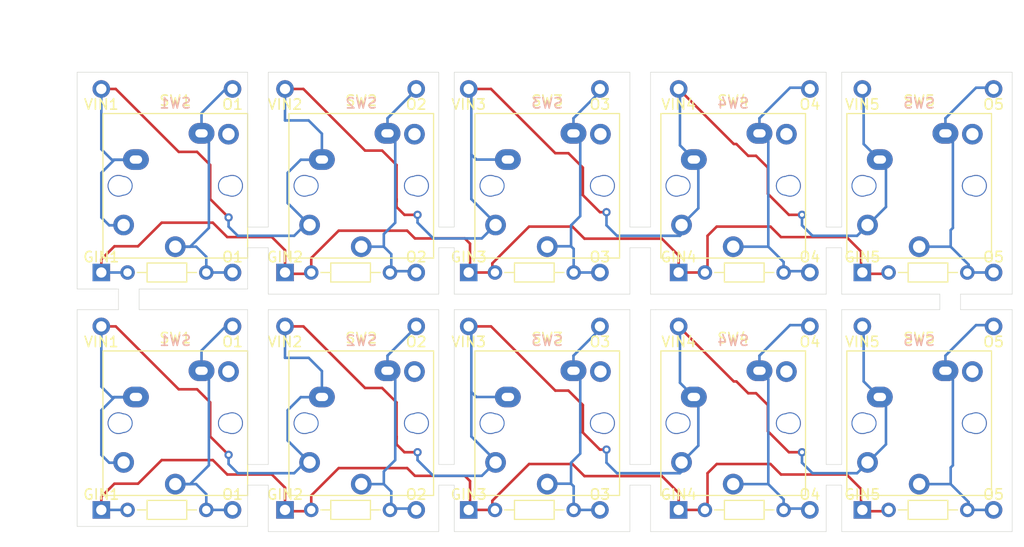
<source format=kicad_pcb>
(kicad_pcb (version 20171130) (host pcbnew 5.1.9+dfsg1-1)

  (general
    (thickness 1.6)
    (drawings 84)
    (tracks 372)
    (zones 0)
    (modules 60)
    (nets 8)
  )

  (page A4)
  (layers
    (0 F.Cu signal)
    (31 B.Cu signal)
    (32 B.Adhes user)
    (33 F.Adhes user)
    (34 B.Paste user)
    (35 F.Paste user)
    (36 B.SilkS user)
    (37 F.SilkS user)
    (38 B.Mask user)
    (39 F.Mask user)
    (40 Dwgs.User user)
    (41 Cmts.User user)
    (42 Eco1.User user)
    (43 Eco2.User user)
    (44 Edge.Cuts user)
    (45 Margin user)
    (46 B.CrtYd user)
    (47 F.CrtYd user)
    (48 B.Fab user)
    (49 F.Fab user)
  )

  (setup
    (last_trace_width 0.25)
    (trace_clearance 0.2)
    (zone_clearance 0.508)
    (zone_45_only no)
    (trace_min 0.2)
    (via_size 0.8)
    (via_drill 0.4)
    (via_min_size 0.4)
    (via_min_drill 0.3)
    (uvia_size 0.3)
    (uvia_drill 0.1)
    (uvias_allowed no)
    (uvia_min_size 0.2)
    (uvia_min_drill 0.1)
    (edge_width 0.05)
    (segment_width 0.2)
    (pcb_text_width 0.3)
    (pcb_text_size 1.5 1.5)
    (mod_edge_width 0.12)
    (mod_text_size 1 1)
    (mod_text_width 0.15)
    (pad_size 1.524 1.524)
    (pad_drill 0.762)
    (pad_to_mask_clearance 0)
    (aux_axis_origin 0 0)
    (visible_elements FFFFFF7F)
    (pcbplotparams
      (layerselection 0x010fc_ffffffff)
      (usegerberextensions false)
      (usegerberattributes true)
      (usegerberadvancedattributes true)
      (creategerberjobfile true)
      (excludeedgelayer true)
      (linewidth 0.200000)
      (plotframeref false)
      (viasonmask false)
      (mode 1)
      (useauxorigin false)
      (hpglpennumber 1)
      (hpglpenspeed 20)
      (hpglpendiameter 15.000000)
      (psnegative false)
      (psa4output false)
      (plotreference true)
      (plotvalue true)
      (plotinvisibletext false)
      (padsonsilk false)
      (subtractmaskfromsilk false)
      (outputformat 1)
      (mirror false)
      (drillshape 0)
      (scaleselection 1)
      (outputdirectory "./out/"))
  )

  (net 0 "")
  (net 1 "Net-(SW1-Pad1)")
  (net 2 "Net-(GIN1-Pad1)")
  (net 3 "Net-(O1-Pad1)")
  (net 4 "Net-(O2-Pad1)")
  (net 5 "Net-(O3-Pad1)")
  (net 6 "Net-(O4-Pad1)")
  (net 7 "Net-(O5-Pad1)")

  (net_class Default "This is the default net class."
    (clearance 0.2)
    (trace_width 0.25)
    (via_dia 0.8)
    (via_drill 0.4)
    (uvia_dia 0.3)
    (uvia_drill 0.1)
    (add_net "Net-(GIN1-Pad1)")
    (add_net "Net-(O1-Pad1)")
    (add_net "Net-(O2-Pad1)")
    (add_net "Net-(O3-Pad1)")
    (add_net "Net-(O4-Pad1)")
    (add_net "Net-(O5-Pad1)")
    (add_net "Net-(SW1-Pad1)")
  )

  (module $switch-dip:CherryMX_Choc_1u (layer F.Cu) (tedit 615052B3) (tstamp 6150F402)
    (at 60.5 103.5)
    (path /61502EA9)
    (fp_text reference SW1 (at 0 -8.25 180) (layer F.SilkS)
      (effects (font (size 1 1) (thickness 0.15)))
    )
    (fp_text value SW_PUSH (at -0.5 6 180) (layer Dwgs.User) hide
      (effects (font (size 1 1) (thickness 0.15)))
    )
    (fp_line (start 9 9) (end -9 9) (layer Dwgs.User) (width 0.12))
    (fp_line (start 9 -9) (end 9 9) (layer Dwgs.User) (width 0.12))
    (fp_line (start -9 -9) (end 9 -9) (layer Dwgs.User) (width 0.12))
    (fp_line (start -9 9) (end -9 -9) (layer Dwgs.User) (width 0.12))
    (fp_line (start -7 -7) (end -7 7) (layer F.SilkS) (width 0.12))
    (fp_line (start -7 7) (end 7 7) (layer F.SilkS) (width 0.12))
    (fp_line (start 7 7) (end 7 -7) (layer F.SilkS) (width 0.12))
    (fp_line (start 7 -7) (end -7 -7) (layer F.SilkS) (width 0.12))
    (fp_text user %R (at 0 -8) (layer B.SilkS)
      (effects (font (size 1 1) (thickness 0.15)) (justify mirror))
    )
    (pad "" thru_hole circle (at 5.15 -5) (size 2 2) (drill 1.2) (layers *.Mask B.Cu))
    (pad 1 thru_hole circle (at -5 3.8) (size 2 2) (drill 1.2) (layers *.Mask B.Cu)
      (net 1 "Net-(SW1-Pad1)"))
    (pad "" np_thru_hole circle (at 0 0 90) (size 5 5) (drill 5) (layers *.Cu *.Mask))
    (pad "" np_thru_hole circle (at -5.5 0 90) (size 2.1 2.1) (drill 1.9) (layers *.Cu *.Mask))
    (pad "" np_thru_hole circle (at 5.5 0 90) (size 2.1 2.1) (drill 1.9) (layers *.Cu *.Mask))
    (pad 2 thru_hole circle (at 0 5.9) (size 2 2) (drill 1.2) (layers *.Mask B.Cu)
      (net 3 "Net-(O1-Pad1)"))
    (pad 2 thru_hole oval (at 2.54 -5.08) (size 2.5 2) (drill oval 1.2 0.8) (layers *.Mask B.Cu)
      (net 3 "Net-(O1-Pad1)"))
    (pad 1 thru_hole oval (at -3.81 -2.54) (size 2.5 2) (drill oval 1.2 0.8) (layers *.Mask B.Cu)
      (net 1 "Net-(SW1-Pad1)"))
    (pad "" np_thru_hole circle (at 5.08 0) (size 1.9 1.9) (drill 1.7) (layers *.Cu *.Mask))
    (pad "" np_thru_hole circle (at -5.08 0) (size 1.9 1.9) (drill 1.7) (layers *.Cu *.Mask))
  )

  (module $switch-dip:CherryMX_Choc_1u (layer F.Cu) (tedit 615052B3) (tstamp 6150F35C)
    (at 78.5 103.5)
    (path /6150B39E)
    (fp_text reference SW2 (at 0 -8.25 180) (layer F.SilkS)
      (effects (font (size 1 1) (thickness 0.15)))
    )
    (fp_text value SW_PUSH (at -0.5 6 180) (layer Dwgs.User) hide
      (effects (font (size 1 1) (thickness 0.15)))
    )
    (fp_line (start 9 9) (end -9 9) (layer Dwgs.User) (width 0.12))
    (fp_line (start 9 -9) (end 9 9) (layer Dwgs.User) (width 0.12))
    (fp_line (start -9 -9) (end 9 -9) (layer Dwgs.User) (width 0.12))
    (fp_line (start -9 9) (end -9 -9) (layer Dwgs.User) (width 0.12))
    (fp_line (start -7 -7) (end -7 7) (layer F.SilkS) (width 0.12))
    (fp_line (start -7 7) (end 7 7) (layer F.SilkS) (width 0.12))
    (fp_line (start 7 7) (end 7 -7) (layer F.SilkS) (width 0.12))
    (fp_line (start 7 -7) (end -7 -7) (layer F.SilkS) (width 0.12))
    (fp_text user %R (at 0 -8) (layer B.SilkS)
      (effects (font (size 1 1) (thickness 0.15)) (justify mirror))
    )
    (pad "" thru_hole circle (at 5.15 -5) (size 2 2) (drill 1.2) (layers *.Mask B.Cu))
    (pad 1 thru_hole circle (at -5 3.8) (size 2 2) (drill 1.2) (layers *.Mask B.Cu)
      (net 1 "Net-(SW1-Pad1)"))
    (pad "" np_thru_hole circle (at 0 0 90) (size 5 5) (drill 5) (layers *.Cu *.Mask))
    (pad "" np_thru_hole circle (at -5.5 0 90) (size 2.1 2.1) (drill 1.9) (layers *.Cu *.Mask))
    (pad "" np_thru_hole circle (at 5.5 0 90) (size 2.1 2.1) (drill 1.9) (layers *.Cu *.Mask))
    (pad 2 thru_hole circle (at 0 5.9) (size 2 2) (drill 1.2) (layers *.Mask B.Cu)
      (net 4 "Net-(O2-Pad1)"))
    (pad 2 thru_hole oval (at 2.54 -5.08) (size 2.5 2) (drill oval 1.2 0.8) (layers *.Mask B.Cu)
      (net 4 "Net-(O2-Pad1)"))
    (pad 1 thru_hole oval (at -3.81 -2.54) (size 2.5 2) (drill oval 1.2 0.8) (layers *.Mask B.Cu)
      (net 1 "Net-(SW1-Pad1)"))
    (pad "" np_thru_hole circle (at 5.08 0) (size 1.9 1.9) (drill 1.7) (layers *.Cu *.Mask))
    (pad "" np_thru_hole circle (at -5.08 0) (size 1.9 1.9) (drill 1.7) (layers *.Cu *.Mask))
  )

  (module $switch-dip:CherryMX_Choc_1u (layer F.Cu) (tedit 615052B3) (tstamp 6150F262)
    (at 96.5 103.5)
    (path /6150E95A)
    (fp_text reference SW3 (at 0 -8.25 180) (layer F.SilkS)
      (effects (font (size 1 1) (thickness 0.15)))
    )
    (fp_text value SW_PUSH (at -0.5 6 180) (layer Dwgs.User) hide
      (effects (font (size 1 1) (thickness 0.15)))
    )
    (fp_line (start 9 9) (end -9 9) (layer Dwgs.User) (width 0.12))
    (fp_line (start 9 -9) (end 9 9) (layer Dwgs.User) (width 0.12))
    (fp_line (start -9 -9) (end 9 -9) (layer Dwgs.User) (width 0.12))
    (fp_line (start -9 9) (end -9 -9) (layer Dwgs.User) (width 0.12))
    (fp_line (start -7 -7) (end -7 7) (layer F.SilkS) (width 0.12))
    (fp_line (start -7 7) (end 7 7) (layer F.SilkS) (width 0.12))
    (fp_line (start 7 7) (end 7 -7) (layer F.SilkS) (width 0.12))
    (fp_line (start 7 -7) (end -7 -7) (layer F.SilkS) (width 0.12))
    (fp_text user %R (at 0 -8) (layer B.SilkS)
      (effects (font (size 1 1) (thickness 0.15)) (justify mirror))
    )
    (pad "" thru_hole circle (at 5.15 -5) (size 2 2) (drill 1.2) (layers *.Mask B.Cu))
    (pad 1 thru_hole circle (at -5 3.8) (size 2 2) (drill 1.2) (layers *.Mask B.Cu)
      (net 1 "Net-(SW1-Pad1)"))
    (pad "" np_thru_hole circle (at 0 0 90) (size 5 5) (drill 5) (layers *.Cu *.Mask))
    (pad "" np_thru_hole circle (at -5.5 0 90) (size 2.1 2.1) (drill 1.9) (layers *.Cu *.Mask))
    (pad "" np_thru_hole circle (at 5.5 0 90) (size 2.1 2.1) (drill 1.9) (layers *.Cu *.Mask))
    (pad 2 thru_hole circle (at 0 5.9) (size 2 2) (drill 1.2) (layers *.Mask B.Cu)
      (net 5 "Net-(O3-Pad1)"))
    (pad 2 thru_hole oval (at 2.54 -5.08) (size 2.5 2) (drill oval 1.2 0.8) (layers *.Mask B.Cu)
      (net 5 "Net-(O3-Pad1)"))
    (pad 1 thru_hole oval (at -3.81 -2.54) (size 2.5 2) (drill oval 1.2 0.8) (layers *.Mask B.Cu)
      (net 1 "Net-(SW1-Pad1)"))
    (pad "" np_thru_hole circle (at 5.08 0) (size 1.9 1.9) (drill 1.7) (layers *.Cu *.Mask))
    (pad "" np_thru_hole circle (at -5.08 0) (size 1.9 1.9) (drill 1.7) (layers *.Cu *.Mask))
  )

  (module $switch-dip:CherryMX_Choc_1u (layer F.Cu) (tedit 615052B3) (tstamp 6150F206)
    (at 114.5 103.5)
    (path /61531766)
    (fp_text reference SW4 (at 0 -8.25 180) (layer F.SilkS)
      (effects (font (size 1 1) (thickness 0.15)))
    )
    (fp_text value SW_PUSH (at -0.5 6 180) (layer Dwgs.User) hide
      (effects (font (size 1 1) (thickness 0.15)))
    )
    (fp_line (start 9 9) (end -9 9) (layer Dwgs.User) (width 0.12))
    (fp_line (start 9 -9) (end 9 9) (layer Dwgs.User) (width 0.12))
    (fp_line (start -9 -9) (end 9 -9) (layer Dwgs.User) (width 0.12))
    (fp_line (start -9 9) (end -9 -9) (layer Dwgs.User) (width 0.12))
    (fp_line (start -7 -7) (end -7 7) (layer F.SilkS) (width 0.12))
    (fp_line (start -7 7) (end 7 7) (layer F.SilkS) (width 0.12))
    (fp_line (start 7 7) (end 7 -7) (layer F.SilkS) (width 0.12))
    (fp_line (start 7 -7) (end -7 -7) (layer F.SilkS) (width 0.12))
    (fp_text user %R (at 0 -8) (layer B.SilkS)
      (effects (font (size 1 1) (thickness 0.15)) (justify mirror))
    )
    (pad "" thru_hole circle (at 5.15 -5) (size 2 2) (drill 1.2) (layers *.Mask B.Cu))
    (pad 1 thru_hole circle (at -5 3.8) (size 2 2) (drill 1.2) (layers *.Mask B.Cu)
      (net 1 "Net-(SW1-Pad1)"))
    (pad "" np_thru_hole circle (at 0 0 90) (size 5 5) (drill 5) (layers *.Cu *.Mask))
    (pad "" np_thru_hole circle (at -5.5 0 90) (size 2.1 2.1) (drill 1.9) (layers *.Cu *.Mask))
    (pad "" np_thru_hole circle (at 5.5 0 90) (size 2.1 2.1) (drill 1.9) (layers *.Cu *.Mask))
    (pad 2 thru_hole circle (at 0 5.9) (size 2 2) (drill 1.2) (layers *.Mask B.Cu)
      (net 6 "Net-(O4-Pad1)"))
    (pad 2 thru_hole oval (at 2.54 -5.08) (size 2.5 2) (drill oval 1.2 0.8) (layers *.Mask B.Cu)
      (net 6 "Net-(O4-Pad1)"))
    (pad 1 thru_hole oval (at -3.81 -2.54) (size 2.5 2) (drill oval 1.2 0.8) (layers *.Mask B.Cu)
      (net 1 "Net-(SW1-Pad1)"))
    (pad "" np_thru_hole circle (at 5.08 0) (size 1.9 1.9) (drill 1.7) (layers *.Cu *.Mask))
    (pad "" np_thru_hole circle (at -5.08 0) (size 1.9 1.9) (drill 1.7) (layers *.Cu *.Mask))
  )

  (module $switch-dip:CherryMX_Choc_1u (layer F.Cu) (tedit 615052B3) (tstamp 6150F344)
    (at 132.5 103.5)
    (path /6153178B)
    (fp_text reference SW5 (at 0 -8.25 180) (layer F.SilkS)
      (effects (font (size 1 1) (thickness 0.15)))
    )
    (fp_text value SW_PUSH (at -0.5 6 180) (layer Dwgs.User) hide
      (effects (font (size 1 1) (thickness 0.15)))
    )
    (fp_line (start 9 9) (end -9 9) (layer Dwgs.User) (width 0.12))
    (fp_line (start 9 -9) (end 9 9) (layer Dwgs.User) (width 0.12))
    (fp_line (start -9 -9) (end 9 -9) (layer Dwgs.User) (width 0.12))
    (fp_line (start -9 9) (end -9 -9) (layer Dwgs.User) (width 0.12))
    (fp_line (start -7 -7) (end -7 7) (layer F.SilkS) (width 0.12))
    (fp_line (start -7 7) (end 7 7) (layer F.SilkS) (width 0.12))
    (fp_line (start 7 7) (end 7 -7) (layer F.SilkS) (width 0.12))
    (fp_line (start 7 -7) (end -7 -7) (layer F.SilkS) (width 0.12))
    (fp_text user %R (at 0 -8) (layer B.SilkS)
      (effects (font (size 1 1) (thickness 0.15)) (justify mirror))
    )
    (pad "" thru_hole circle (at 5.15 -5) (size 2 2) (drill 1.2) (layers *.Mask B.Cu))
    (pad 1 thru_hole circle (at -5 3.8) (size 2 2) (drill 1.2) (layers *.Mask B.Cu)
      (net 1 "Net-(SW1-Pad1)"))
    (pad "" np_thru_hole circle (at 0 0 90) (size 5 5) (drill 5) (layers *.Cu *.Mask))
    (pad "" np_thru_hole circle (at -5.5 0 90) (size 2.1 2.1) (drill 1.9) (layers *.Cu *.Mask))
    (pad "" np_thru_hole circle (at 5.5 0 90) (size 2.1 2.1) (drill 1.9) (layers *.Cu *.Mask))
    (pad 2 thru_hole circle (at 0 5.9) (size 2 2) (drill 1.2) (layers *.Mask B.Cu)
      (net 7 "Net-(O5-Pad1)"))
    (pad 2 thru_hole oval (at 2.54 -5.08) (size 2.5 2) (drill oval 1.2 0.8) (layers *.Mask B.Cu)
      (net 7 "Net-(O5-Pad1)"))
    (pad 1 thru_hole oval (at -3.81 -2.54) (size 2.5 2) (drill oval 1.2 0.8) (layers *.Mask B.Cu)
      (net 1 "Net-(SW1-Pad1)"))
    (pad "" np_thru_hole circle (at 5.08 0) (size 1.9 1.9) (drill 1.7) (layers *.Cu *.Mask))
    (pad "" np_thru_hole circle (at -5.08 0) (size 1.9 1.9) (drill 1.7) (layers *.Cu *.Mask))
  )

  (module $switch-dip:Pin_circle (layer F.Cu) (tedit 615047BF) (tstamp 6150F2C6)
    (at 139.7 94.12 180)
    (descr "Through hole straight socket strip, 1x01, 2.54mm pitch, single row (from Kicad 4.0.7), script generated")
    (tags "Through hole socket strip THT 1x01 2.54mm single row")
    (path /615317A3)
    (fp_text reference O5 (at 0 -1.5) (layer F.SilkS)
      (effects (font (size 1 1) (thickness 0.15)))
    )
    (fp_text value OUTPUT (at 0 2.77) (layer F.Fab)
      (effects (font (size 1 1) (thickness 0.15)))
    )
    (fp_line (start -1.8 1.75) (end -1.8 -1.8) (layer F.CrtYd) (width 0.05))
    (fp_line (start 1.75 1.75) (end -1.8 1.75) (layer F.CrtYd) (width 0.05))
    (fp_line (start 1.75 -1.8) (end 1.75 1.75) (layer F.CrtYd) (width 0.05))
    (fp_line (start -1.8 -1.8) (end 1.75 -1.8) (layer F.CrtYd) (width 0.05))
    (fp_text user %R (at 0 0) (layer F.Fab)
      (effects (font (size 1 1) (thickness 0.15)))
    )
    (pad 1 thru_hole circle (at 0 0 180) (size 1.7 1.7) (drill 1) (layers *.Cu *.Mask)
      (net 7 "Net-(O5-Pad1)"))
    (model ${KISYS3DMOD}/Connector_PinSocket_2.54mm.3dshapes/PinSocket_1x01_P2.54mm_Vertical.wrl
      (at (xyz 0 0 0))
      (scale (xyz 1 1 1))
      (rotate (xyz 0 0 0))
    )
  )

  (module $switch-dip:Pin_circle (layer F.Cu) (tedit 615047BF) (tstamp 6150F223)
    (at 139.7 111.9)
    (descr "Through hole straight socket strip, 1x01, 2.54mm pitch, single row (from Kicad 4.0.7), script generated")
    (tags "Through hole socket strip THT 1x01 2.54mm single row")
    (path /615317A3)
    (fp_text reference O5 (at 0 -1.5) (layer F.SilkS)
      (effects (font (size 1 1) (thickness 0.15)))
    )
    (fp_text value OUTPUT (at 0 2.77) (layer F.Fab)
      (effects (font (size 1 1) (thickness 0.15)))
    )
    (fp_line (start -1.8 1.75) (end -1.8 -1.8) (layer F.CrtYd) (width 0.05))
    (fp_line (start 1.75 1.75) (end -1.8 1.75) (layer F.CrtYd) (width 0.05))
    (fp_line (start 1.75 -1.8) (end 1.75 1.75) (layer F.CrtYd) (width 0.05))
    (fp_line (start -1.8 -1.8) (end 1.75 -1.8) (layer F.CrtYd) (width 0.05))
    (fp_text user %R (at 0 0) (layer F.Fab)
      (effects (font (size 1 1) (thickness 0.15)))
    )
    (pad 1 thru_hole circle (at 0 0) (size 1.7 1.7) (drill 1) (layers *.Cu *.Mask)
      (net 7 "Net-(O5-Pad1)"))
    (model ${KISYS3DMOD}/Connector_PinSocket_2.54mm.3dshapes/PinSocket_1x01_P2.54mm_Vertical.wrl
      (at (xyz 0 0 0))
      (scale (xyz 1 1 1))
      (rotate (xyz 0 0 0))
    )
  )

  (module $switch-dip:Register (layer F.Cu) (tedit 61504B42) (tstamp 6150F28E)
    (at 137.16 111.9 180)
    (path /61531791)
    (fp_text reference R5 (at 1.5 -1.92) (layer F.SilkS) hide
      (effects (font (size 1 1) (thickness 0.15)))
    )
    (fp_text value R (at 6.8 -2) (layer F.SilkS) hide
      (effects (font (size 1 1) (thickness 0.15)))
    )
    (fp_line (start 8.57 -1.05) (end -0.95 -1.05) (layer F.CrtYd) (width 0.05))
    (fp_line (start 8.57 1.05) (end 8.57 -1.05) (layer F.CrtYd) (width 0.05))
    (fp_line (start -0.95 1.05) (end 8.57 1.05) (layer F.CrtYd) (width 0.05))
    (fp_line (start -0.95 -1.05) (end -0.95 1.05) (layer F.CrtYd) (width 0.05))
    (fp_line (start 6.68 0) (end 5.73 0) (layer F.SilkS) (width 0.12))
    (fp_line (start 0.94 0) (end 1.89 0) (layer F.SilkS) (width 0.12))
    (fp_line (start 5.73 -0.92) (end 1.89 -0.92) (layer F.SilkS) (width 0.12))
    (fp_line (start 5.73 0.92) (end 5.73 -0.92) (layer F.SilkS) (width 0.12))
    (fp_line (start 1.89 0.92) (end 5.73 0.92) (layer F.SilkS) (width 0.12))
    (fp_line (start 1.89 -0.92) (end 1.89 0.92) (layer F.SilkS) (width 0.12))
    (fp_line (start 7.62 0) (end 5.61 0) (layer F.Fab) (width 0.1))
    (fp_line (start 0 0) (end 2.01 0) (layer F.Fab) (width 0.1))
    (fp_line (start 5.61 -0.8) (end 2.01 -0.8) (layer F.Fab) (width 0.1))
    (fp_line (start 5.61 0.8) (end 5.61 -0.8) (layer F.Fab) (width 0.1))
    (fp_line (start 2.01 0.8) (end 5.61 0.8) (layer F.Fab) (width 0.1))
    (fp_line (start 2.01 -0.8) (end 2.01 0.8) (layer F.Fab) (width 0.1))
    (fp_text user %R (at 3.81 0) (layer F.SilkS) hide
      (effects (font (size 0.72 0.72) (thickness 0.108)))
    )
    (pad 2 thru_hole oval (at 7.62 0 180) (size 1.4 1.4) (drill 0.8125) (layers *.Cu *.Mask)
      (net 2 "Net-(GIN1-Pad1)"))
    (pad 1 thru_hole circle (at 0 0 180) (size 1.4 1.4) (drill 0.8125) (layers *.Cu *.Mask)
      (net 7 "Net-(O5-Pad1)"))
    (model ${KISYS3DMOD}/Resistor_THT.3dshapes/R_Axial_DIN0204_L3.6mm_D1.6mm_P7.62mm_Horizontal.wrl
      (at (xyz 0 0 0))
      (scale (xyz 1 1 1))
      (rotate (xyz 0 0 0))
    )
  )

  (module $switch-dip:Pin_rect (layer F.Cu) (tedit 615047B1) (tstamp 6150F434)
    (at 127 111.9)
    (descr "Through hole straight socket strip, 1x01, 2.54mm pitch, single row (from Kicad 4.0.7), script generated")
    (tags "Through hole socket strip THT 1x01 2.54mm single row")
    (path /61531797)
    (fp_text reference GIN5 (at 0 -1.5) (layer F.SilkS)
      (effects (font (size 1 1) (thickness 0.15)))
    )
    (fp_text value GIN (at 0 2.77) (layer F.Fab)
      (effects (font (size 1 1) (thickness 0.15)))
    )
    (fp_line (start -1.8 -1.8) (end 1.75 -1.8) (layer F.CrtYd) (width 0.05))
    (fp_line (start 1.75 -1.8) (end 1.75 1.75) (layer F.CrtYd) (width 0.05))
    (fp_line (start 1.75 1.75) (end -1.8 1.75) (layer F.CrtYd) (width 0.05))
    (fp_line (start -1.8 1.75) (end -1.8 -1.8) (layer F.CrtYd) (width 0.05))
    (fp_text user %R (at 0 0) (layer F.Fab)
      (effects (font (size 1 1) (thickness 0.15)))
    )
    (pad 1 thru_hole rect (at 0 0) (size 1.7 1.7) (drill 1) (layers *.Cu *.Mask)
      (net 2 "Net-(GIN1-Pad1)"))
    (model ${KISYS3DMOD}/Connector_PinSocket_2.54mm.3dshapes/PinSocket_1x01_P2.54mm_Vertical.wrl
      (at (xyz 0 0 0))
      (scale (xyz 1 1 1))
      (rotate (xyz 0 0 0))
    )
  )

  (module $switch-dip:Pin_circle (layer F.Cu) (tedit 615047BF) (tstamp 6150DBE2)
    (at 127 71.12 180)
    (descr "Through hole straight socket strip, 1x01, 2.54mm pitch, single row (from Kicad 4.0.7), script generated")
    (tags "Through hole socket strip THT 1x01 2.54mm single row")
    (path /6153179D)
    (fp_text reference VIN5 (at 0 -1.5) (layer F.SilkS)
      (effects (font (size 1 1) (thickness 0.15)))
    )
    (fp_text value VIN (at 0 2.77) (layer F.Fab)
      (effects (font (size 1 1) (thickness 0.15)))
    )
    (fp_line (start -1.8 1.75) (end -1.8 -1.8) (layer F.CrtYd) (width 0.05))
    (fp_line (start 1.75 1.75) (end -1.8 1.75) (layer F.CrtYd) (width 0.05))
    (fp_line (start 1.75 -1.8) (end 1.75 1.75) (layer F.CrtYd) (width 0.05))
    (fp_line (start -1.8 -1.8) (end 1.75 -1.8) (layer F.CrtYd) (width 0.05))
    (fp_text user %R (at 0 0) (layer F.Fab)
      (effects (font (size 1 1) (thickness 0.15)))
    )
    (pad 1 thru_hole circle (at 0 0 180) (size 1.7 1.7) (drill 1) (layers *.Cu *.Mask)
      (net 1 "Net-(SW1-Pad1)"))
    (model ${KISYS3DMOD}/Connector_PinSocket_2.54mm.3dshapes/PinSocket_1x01_P2.54mm_Vertical.wrl
      (at (xyz 0 0 0))
      (scale (xyz 1 1 1))
      (rotate (xyz 0 0 0))
    )
  )

  (module $switch-dip:Pin_circle (layer F.Cu) (tedit 615047BF) (tstamp 6150F3EA)
    (at 127 94.12 180)
    (descr "Through hole straight socket strip, 1x01, 2.54mm pitch, single row (from Kicad 4.0.7), script generated")
    (tags "Through hole socket strip THT 1x01 2.54mm single row")
    (path /6153179D)
    (fp_text reference VIN5 (at 0 -1.5) (layer F.SilkS)
      (effects (font (size 1 1) (thickness 0.15)))
    )
    (fp_text value VIN (at 0 2.77) (layer F.Fab)
      (effects (font (size 1 1) (thickness 0.15)))
    )
    (fp_line (start -1.8 1.75) (end -1.8 -1.8) (layer F.CrtYd) (width 0.05))
    (fp_line (start 1.75 1.75) (end -1.8 1.75) (layer F.CrtYd) (width 0.05))
    (fp_line (start 1.75 -1.8) (end 1.75 1.75) (layer F.CrtYd) (width 0.05))
    (fp_line (start -1.8 -1.8) (end 1.75 -1.8) (layer F.CrtYd) (width 0.05))
    (fp_text user %R (at 0 0) (layer F.Fab)
      (effects (font (size 1 1) (thickness 0.15)))
    )
    (pad 1 thru_hole circle (at 0 0 180) (size 1.7 1.7) (drill 1) (layers *.Cu *.Mask)
      (net 1 "Net-(SW1-Pad1)"))
    (model ${KISYS3DMOD}/Connector_PinSocket_2.54mm.3dshapes/PinSocket_1x01_P2.54mm_Vertical.wrl
      (at (xyz 0 0 0))
      (scale (xyz 1 1 1))
      (rotate (xyz 0 0 0))
    )
  )

  (module $switch-dip:Pin_circle (layer F.Cu) (tedit 615047BF) (tstamp 6150DBD8)
    (at 109.22 71.12 180)
    (descr "Through hole straight socket strip, 1x01, 2.54mm pitch, single row (from Kicad 4.0.7), script generated")
    (tags "Through hole socket strip THT 1x01 2.54mm single row")
    (path /61531778)
    (fp_text reference VIN4 (at 0 -1.5) (layer F.SilkS)
      (effects (font (size 1 1) (thickness 0.15)))
    )
    (fp_text value VIN (at 0 2.77) (layer F.Fab)
      (effects (font (size 1 1) (thickness 0.15)))
    )
    (fp_line (start -1.8 1.75) (end -1.8 -1.8) (layer F.CrtYd) (width 0.05))
    (fp_line (start 1.75 1.75) (end -1.8 1.75) (layer F.CrtYd) (width 0.05))
    (fp_line (start 1.75 -1.8) (end 1.75 1.75) (layer F.CrtYd) (width 0.05))
    (fp_line (start -1.8 -1.8) (end 1.75 -1.8) (layer F.CrtYd) (width 0.05))
    (fp_text user %R (at 0 0) (layer F.Fab)
      (effects (font (size 1 1) (thickness 0.15)))
    )
    (pad 1 thru_hole circle (at 0 0 180) (size 1.7 1.7) (drill 1) (layers *.Cu *.Mask)
      (net 1 "Net-(SW1-Pad1)"))
    (model ${KISYS3DMOD}/Connector_PinSocket_2.54mm.3dshapes/PinSocket_1x01_P2.54mm_Vertical.wrl
      (at (xyz 0 0 0))
      (scale (xyz 1 1 1))
      (rotate (xyz 0 0 0))
    )
  )

  (module $switch-dip:Pin_circle (layer F.Cu) (tedit 615047BF) (tstamp 6150F37F)
    (at 109.22 94.12 180)
    (descr "Through hole straight socket strip, 1x01, 2.54mm pitch, single row (from Kicad 4.0.7), script generated")
    (tags "Through hole socket strip THT 1x01 2.54mm single row")
    (path /61531778)
    (fp_text reference VIN4 (at 0 -1.5) (layer F.SilkS)
      (effects (font (size 1 1) (thickness 0.15)))
    )
    (fp_text value VIN (at 0 2.77) (layer F.Fab)
      (effects (font (size 1 1) (thickness 0.15)))
    )
    (fp_line (start -1.8 1.75) (end -1.8 -1.8) (layer F.CrtYd) (width 0.05))
    (fp_line (start 1.75 1.75) (end -1.8 1.75) (layer F.CrtYd) (width 0.05))
    (fp_line (start 1.75 -1.8) (end 1.75 1.75) (layer F.CrtYd) (width 0.05))
    (fp_line (start -1.8 -1.8) (end 1.75 -1.8) (layer F.CrtYd) (width 0.05))
    (fp_text user %R (at 0 0) (layer F.Fab)
      (effects (font (size 1 1) (thickness 0.15)))
    )
    (pad 1 thru_hole circle (at 0 0 180) (size 1.7 1.7) (drill 1) (layers *.Cu *.Mask)
      (net 1 "Net-(SW1-Pad1)"))
    (model ${KISYS3DMOD}/Connector_PinSocket_2.54mm.3dshapes/PinSocket_1x01_P2.54mm_Vertical.wrl
      (at (xyz 0 0 0))
      (scale (xyz 1 1 1))
      (rotate (xyz 0 0 0))
    )
  )

  (module $switch-dip:Pin_circle (layer F.Cu) (tedit 615047BF) (tstamp 61509D14)
    (at 88.9 71.12 180)
    (descr "Through hole straight socket strip, 1x01, 2.54mm pitch, single row (from Kicad 4.0.7), script generated")
    (tags "Through hole socket strip THT 1x01 2.54mm single row")
    (path /6150E96C)
    (fp_text reference VIN3 (at 0 -1.5) (layer F.SilkS)
      (effects (font (size 1 1) (thickness 0.15)))
    )
    (fp_text value VIN (at 0 2.77) (layer F.Fab)
      (effects (font (size 1 1) (thickness 0.15)))
    )
    (fp_line (start -1.8 1.75) (end -1.8 -1.8) (layer F.CrtYd) (width 0.05))
    (fp_line (start 1.75 1.75) (end -1.8 1.75) (layer F.CrtYd) (width 0.05))
    (fp_line (start 1.75 -1.8) (end 1.75 1.75) (layer F.CrtYd) (width 0.05))
    (fp_line (start -1.8 -1.8) (end 1.75 -1.8) (layer F.CrtYd) (width 0.05))
    (fp_text user %R (at 0 0) (layer F.Fab)
      (effects (font (size 1 1) (thickness 0.15)))
    )
    (pad 1 thru_hole circle (at 0 0 180) (size 1.7 1.7) (drill 1) (layers *.Cu *.Mask)
      (net 1 "Net-(SW1-Pad1)"))
    (model ${KISYS3DMOD}/Connector_PinSocket_2.54mm.3dshapes/PinSocket_1x01_P2.54mm_Vertical.wrl
      (at (xyz 0 0 0))
      (scale (xyz 1 1 1))
      (rotate (xyz 0 0 0))
    )
  )

  (module $switch-dip:Pin_circle (layer F.Cu) (tedit 615047BF) (tstamp 6150F457)
    (at 88.9 94.12 180)
    (descr "Through hole straight socket strip, 1x01, 2.54mm pitch, single row (from Kicad 4.0.7), script generated")
    (tags "Through hole socket strip THT 1x01 2.54mm single row")
    (path /6150E96C)
    (fp_text reference VIN3 (at 0 -1.5) (layer F.SilkS)
      (effects (font (size 1 1) (thickness 0.15)))
    )
    (fp_text value VIN (at 0 2.77) (layer F.Fab)
      (effects (font (size 1 1) (thickness 0.15)))
    )
    (fp_line (start -1.8 1.75) (end -1.8 -1.8) (layer F.CrtYd) (width 0.05))
    (fp_line (start 1.75 1.75) (end -1.8 1.75) (layer F.CrtYd) (width 0.05))
    (fp_line (start 1.75 -1.8) (end 1.75 1.75) (layer F.CrtYd) (width 0.05))
    (fp_line (start -1.8 -1.8) (end 1.75 -1.8) (layer F.CrtYd) (width 0.05))
    (fp_text user %R (at 0 0) (layer F.Fab)
      (effects (font (size 1 1) (thickness 0.15)))
    )
    (pad 1 thru_hole circle (at 0 0 180) (size 1.7 1.7) (drill 1) (layers *.Cu *.Mask)
      (net 1 "Net-(SW1-Pad1)"))
    (model ${KISYS3DMOD}/Connector_PinSocket_2.54mm.3dshapes/PinSocket_1x01_P2.54mm_Vertical.wrl
      (at (xyz 0 0 0))
      (scale (xyz 1 1 1))
      (rotate (xyz 0 0 0))
    )
  )

  (module $switch-dip:Pin_circle (layer F.Cu) (tedit 615047BF) (tstamp 61509CFF)
    (at 71.12 71.12 180)
    (descr "Through hole straight socket strip, 1x01, 2.54mm pitch, single row (from Kicad 4.0.7), script generated")
    (tags "Through hole socket strip THT 1x01 2.54mm single row")
    (path /6150B3B0)
    (fp_text reference VIN2 (at 0 -1.5) (layer F.SilkS)
      (effects (font (size 1 1) (thickness 0.15)))
    )
    (fp_text value VIN (at 0 2.77) (layer F.Fab)
      (effects (font (size 1 1) (thickness 0.15)))
    )
    (fp_line (start -1.8 1.75) (end -1.8 -1.8) (layer F.CrtYd) (width 0.05))
    (fp_line (start 1.75 1.75) (end -1.8 1.75) (layer F.CrtYd) (width 0.05))
    (fp_line (start 1.75 -1.8) (end 1.75 1.75) (layer F.CrtYd) (width 0.05))
    (fp_line (start -1.8 -1.8) (end 1.75 -1.8) (layer F.CrtYd) (width 0.05))
    (fp_text user %R (at 0 0) (layer F.Fab)
      (effects (font (size 1 1) (thickness 0.15)))
    )
    (pad 1 thru_hole circle (at 0 0 180) (size 1.7 1.7) (drill 1) (layers *.Cu *.Mask)
      (net 1 "Net-(SW1-Pad1)"))
    (model ${KISYS3DMOD}/Connector_PinSocket_2.54mm.3dshapes/PinSocket_1x01_P2.54mm_Vertical.wrl
      (at (xyz 0 0 0))
      (scale (xyz 1 1 1))
      (rotate (xyz 0 0 0))
    )
  )

  (module $switch-dip:Pin_circle (layer F.Cu) (tedit 615047BF) (tstamp 6150F335)
    (at 71.12 94.12 180)
    (descr "Through hole straight socket strip, 1x01, 2.54mm pitch, single row (from Kicad 4.0.7), script generated")
    (tags "Through hole socket strip THT 1x01 2.54mm single row")
    (path /6150B3B0)
    (fp_text reference VIN2 (at 0 -1.5) (layer F.SilkS)
      (effects (font (size 1 1) (thickness 0.15)))
    )
    (fp_text value VIN (at 0 2.77) (layer F.Fab)
      (effects (font (size 1 1) (thickness 0.15)))
    )
    (fp_line (start -1.8 1.75) (end -1.8 -1.8) (layer F.CrtYd) (width 0.05))
    (fp_line (start 1.75 1.75) (end -1.8 1.75) (layer F.CrtYd) (width 0.05))
    (fp_line (start 1.75 -1.8) (end 1.75 1.75) (layer F.CrtYd) (width 0.05))
    (fp_line (start -1.8 -1.8) (end 1.75 -1.8) (layer F.CrtYd) (width 0.05))
    (fp_text user %R (at 0 0) (layer F.Fab)
      (effects (font (size 1 1) (thickness 0.15)))
    )
    (pad 1 thru_hole circle (at 0 0 180) (size 1.7 1.7) (drill 1) (layers *.Cu *.Mask)
      (net 1 "Net-(SW1-Pad1)"))
    (model ${KISYS3DMOD}/Connector_PinSocket_2.54mm.3dshapes/PinSocket_1x01_P2.54mm_Vertical.wrl
      (at (xyz 0 0 0))
      (scale (xyz 1 1 1))
      (rotate (xyz 0 0 0))
    )
  )

  (module $switch-dip:Pin_circle (layer F.Cu) (tedit 615047BF) (tstamp 61509CEA)
    (at 53.34 71.12 180)
    (descr "Through hole straight socket strip, 1x01, 2.54mm pitch, single row (from Kicad 4.0.7), script generated")
    (tags "Through hole socket strip THT 1x01 2.54mm single row")
    (path /61505667)
    (fp_text reference VIN1 (at 0 -1.5) (layer F.SilkS)
      (effects (font (size 1 1) (thickness 0.15)))
    )
    (fp_text value VIN (at 0 2.77) (layer F.Fab)
      (effects (font (size 1 1) (thickness 0.15)))
    )
    (fp_line (start -1.8 1.75) (end -1.8 -1.8) (layer F.CrtYd) (width 0.05))
    (fp_line (start 1.75 1.75) (end -1.8 1.75) (layer F.CrtYd) (width 0.05))
    (fp_line (start 1.75 -1.8) (end 1.75 1.75) (layer F.CrtYd) (width 0.05))
    (fp_line (start -1.8 -1.8) (end 1.75 -1.8) (layer F.CrtYd) (width 0.05))
    (fp_text user %R (at 0 0) (layer F.Fab)
      (effects (font (size 1 1) (thickness 0.15)))
    )
    (pad 1 thru_hole circle (at 0 0 180) (size 1.7 1.7) (drill 1) (layers *.Cu *.Mask)
      (net 1 "Net-(SW1-Pad1)"))
    (model ${KISYS3DMOD}/Connector_PinSocket_2.54mm.3dshapes/PinSocket_1x01_P2.54mm_Vertical.wrl
      (at (xyz 0 0 0))
      (scale (xyz 1 1 1))
      (rotate (xyz 0 0 0))
    )
  )

  (module $switch-dip:Pin_circle (layer F.Cu) (tedit 615047BF) (tstamp 6150F318)
    (at 53.34 94.12 180)
    (descr "Through hole straight socket strip, 1x01, 2.54mm pitch, single row (from Kicad 4.0.7), script generated")
    (tags "Through hole socket strip THT 1x01 2.54mm single row")
    (path /61505667)
    (fp_text reference VIN1 (at 0 -1.5) (layer F.SilkS)
      (effects (font (size 1 1) (thickness 0.15)))
    )
    (fp_text value VIN (at 0 2.77) (layer F.Fab)
      (effects (font (size 1 1) (thickness 0.15)))
    )
    (fp_line (start -1.8 1.75) (end -1.8 -1.8) (layer F.CrtYd) (width 0.05))
    (fp_line (start 1.75 1.75) (end -1.8 1.75) (layer F.CrtYd) (width 0.05))
    (fp_line (start 1.75 -1.8) (end 1.75 1.75) (layer F.CrtYd) (width 0.05))
    (fp_line (start -1.8 -1.8) (end 1.75 -1.8) (layer F.CrtYd) (width 0.05))
    (fp_text user %R (at 0 0) (layer F.Fab)
      (effects (font (size 1 1) (thickness 0.15)))
    )
    (pad 1 thru_hole circle (at 0 0 180) (size 1.7 1.7) (drill 1) (layers *.Cu *.Mask)
      (net 1 "Net-(SW1-Pad1)"))
    (model ${KISYS3DMOD}/Connector_PinSocket_2.54mm.3dshapes/PinSocket_1x01_P2.54mm_Vertical.wrl
      (at (xyz 0 0 0))
      (scale (xyz 1 1 1))
      (rotate (xyz 0 0 0))
    )
  )

  (module $switch-dip:CherryMX_Choc_1u (layer F.Cu) (tedit 615052B3) (tstamp 6150DB98)
    (at 132.5 80.5)
    (path /6153178B)
    (fp_text reference SW5 (at 0 -8.25 180) (layer F.SilkS)
      (effects (font (size 1 1) (thickness 0.15)))
    )
    (fp_text value SW_PUSH (at -0.5 6 180) (layer Dwgs.User) hide
      (effects (font (size 1 1) (thickness 0.15)))
    )
    (fp_line (start 9 9) (end -9 9) (layer Dwgs.User) (width 0.12))
    (fp_line (start 9 -9) (end 9 9) (layer Dwgs.User) (width 0.12))
    (fp_line (start -9 -9) (end 9 -9) (layer Dwgs.User) (width 0.12))
    (fp_line (start -9 9) (end -9 -9) (layer Dwgs.User) (width 0.12))
    (fp_line (start -7 -7) (end -7 7) (layer F.SilkS) (width 0.12))
    (fp_line (start -7 7) (end 7 7) (layer F.SilkS) (width 0.12))
    (fp_line (start 7 7) (end 7 -7) (layer F.SilkS) (width 0.12))
    (fp_line (start 7 -7) (end -7 -7) (layer F.SilkS) (width 0.12))
    (fp_text user %R (at 0 -8) (layer B.SilkS)
      (effects (font (size 1 1) (thickness 0.15)) (justify mirror))
    )
    (pad "" thru_hole circle (at 5.15 -5) (size 2 2) (drill 1.2) (layers *.Mask B.Cu))
    (pad 1 thru_hole circle (at -5 3.8) (size 2 2) (drill 1.2) (layers *.Mask B.Cu)
      (net 1 "Net-(SW1-Pad1)"))
    (pad "" np_thru_hole circle (at 0 0 90) (size 5 5) (drill 5) (layers *.Cu *.Mask))
    (pad "" np_thru_hole circle (at -5.5 0 90) (size 2.1 2.1) (drill 1.9) (layers *.Cu *.Mask))
    (pad "" np_thru_hole circle (at 5.5 0 90) (size 2.1 2.1) (drill 1.9) (layers *.Cu *.Mask))
    (pad 2 thru_hole circle (at 0 5.9) (size 2 2) (drill 1.2) (layers *.Mask B.Cu)
      (net 7 "Net-(O5-Pad1)"))
    (pad 2 thru_hole oval (at 2.54 -5.08) (size 2.5 2) (drill oval 1.2 0.8) (layers *.Mask B.Cu)
      (net 7 "Net-(O5-Pad1)"))
    (pad 1 thru_hole oval (at -3.81 -2.54) (size 2.5 2) (drill oval 1.2 0.8) (layers *.Mask B.Cu)
      (net 1 "Net-(SW1-Pad1)"))
    (pad "" np_thru_hole circle (at 5.08 0) (size 1.9 1.9) (drill 1.7) (layers *.Cu *.Mask))
    (pad "" np_thru_hole circle (at -5.08 0) (size 1.9 1.9) (drill 1.7) (layers *.Cu *.Mask))
  )

  (module $switch-dip:CherryMX_Choc_1u (layer F.Cu) (tedit 615052B3) (tstamp 6150DB81)
    (at 114.5 80.5)
    (path /61531766)
    (fp_text reference SW4 (at 0 -8.25 180) (layer F.SilkS)
      (effects (font (size 1 1) (thickness 0.15)))
    )
    (fp_text value SW_PUSH (at -0.5 6 180) (layer Dwgs.User) hide
      (effects (font (size 1 1) (thickness 0.15)))
    )
    (fp_line (start 9 9) (end -9 9) (layer Dwgs.User) (width 0.12))
    (fp_line (start 9 -9) (end 9 9) (layer Dwgs.User) (width 0.12))
    (fp_line (start -9 -9) (end 9 -9) (layer Dwgs.User) (width 0.12))
    (fp_line (start -9 9) (end -9 -9) (layer Dwgs.User) (width 0.12))
    (fp_line (start -7 -7) (end -7 7) (layer F.SilkS) (width 0.12))
    (fp_line (start -7 7) (end 7 7) (layer F.SilkS) (width 0.12))
    (fp_line (start 7 7) (end 7 -7) (layer F.SilkS) (width 0.12))
    (fp_line (start 7 -7) (end -7 -7) (layer F.SilkS) (width 0.12))
    (fp_text user %R (at 0 -8) (layer B.SilkS)
      (effects (font (size 1 1) (thickness 0.15)) (justify mirror))
    )
    (pad "" thru_hole circle (at 5.15 -5) (size 2 2) (drill 1.2) (layers *.Mask B.Cu))
    (pad 1 thru_hole circle (at -5 3.8) (size 2 2) (drill 1.2) (layers *.Mask B.Cu)
      (net 1 "Net-(SW1-Pad1)"))
    (pad "" np_thru_hole circle (at 0 0 90) (size 5 5) (drill 5) (layers *.Cu *.Mask))
    (pad "" np_thru_hole circle (at -5.5 0 90) (size 2.1 2.1) (drill 1.9) (layers *.Cu *.Mask))
    (pad "" np_thru_hole circle (at 5.5 0 90) (size 2.1 2.1) (drill 1.9) (layers *.Cu *.Mask))
    (pad 2 thru_hole circle (at 0 5.9) (size 2 2) (drill 1.2) (layers *.Mask B.Cu)
      (net 6 "Net-(O4-Pad1)"))
    (pad 2 thru_hole oval (at 2.54 -5.08) (size 2.5 2) (drill oval 1.2 0.8) (layers *.Mask B.Cu)
      (net 6 "Net-(O4-Pad1)"))
    (pad 1 thru_hole oval (at -3.81 -2.54) (size 2.5 2) (drill oval 1.2 0.8) (layers *.Mask B.Cu)
      (net 1 "Net-(SW1-Pad1)"))
    (pad "" np_thru_hole circle (at 5.08 0) (size 1.9 1.9) (drill 1.7) (layers *.Cu *.Mask))
    (pad "" np_thru_hole circle (at -5.08 0) (size 1.9 1.9) (drill 1.7) (layers *.Cu *.Mask))
  )

  (module $switch-dip:CherryMX_Choc_1u (layer F.Cu) (tedit 615052B3) (tstamp 61509CD5)
    (at 96.5 80.5)
    (path /6150E95A)
    (fp_text reference SW3 (at 0 -8.25 180) (layer F.SilkS)
      (effects (font (size 1 1) (thickness 0.15)))
    )
    (fp_text value SW_PUSH (at -0.5 6 180) (layer Dwgs.User) hide
      (effects (font (size 1 1) (thickness 0.15)))
    )
    (fp_line (start 9 9) (end -9 9) (layer Dwgs.User) (width 0.12))
    (fp_line (start 9 -9) (end 9 9) (layer Dwgs.User) (width 0.12))
    (fp_line (start -9 -9) (end 9 -9) (layer Dwgs.User) (width 0.12))
    (fp_line (start -9 9) (end -9 -9) (layer Dwgs.User) (width 0.12))
    (fp_line (start -7 -7) (end -7 7) (layer F.SilkS) (width 0.12))
    (fp_line (start -7 7) (end 7 7) (layer F.SilkS) (width 0.12))
    (fp_line (start 7 7) (end 7 -7) (layer F.SilkS) (width 0.12))
    (fp_line (start 7 -7) (end -7 -7) (layer F.SilkS) (width 0.12))
    (fp_text user %R (at 0 -8) (layer B.SilkS)
      (effects (font (size 1 1) (thickness 0.15)) (justify mirror))
    )
    (pad "" thru_hole circle (at 5.15 -5) (size 2 2) (drill 1.2) (layers *.Mask B.Cu))
    (pad 1 thru_hole circle (at -5 3.8) (size 2 2) (drill 1.2) (layers *.Mask B.Cu)
      (net 1 "Net-(SW1-Pad1)"))
    (pad "" np_thru_hole circle (at 0 0 90) (size 5 5) (drill 5) (layers *.Cu *.Mask))
    (pad "" np_thru_hole circle (at -5.5 0 90) (size 2.1 2.1) (drill 1.9) (layers *.Cu *.Mask))
    (pad "" np_thru_hole circle (at 5.5 0 90) (size 2.1 2.1) (drill 1.9) (layers *.Cu *.Mask))
    (pad 2 thru_hole circle (at 0 5.9) (size 2 2) (drill 1.2) (layers *.Mask B.Cu)
      (net 5 "Net-(O3-Pad1)"))
    (pad 2 thru_hole oval (at 2.54 -5.08) (size 2.5 2) (drill oval 1.2 0.8) (layers *.Mask B.Cu)
      (net 5 "Net-(O3-Pad1)"))
    (pad 1 thru_hole oval (at -3.81 -2.54) (size 2.5 2) (drill oval 1.2 0.8) (layers *.Mask B.Cu)
      (net 1 "Net-(SW1-Pad1)"))
    (pad "" np_thru_hole circle (at 5.08 0) (size 1.9 1.9) (drill 1.7) (layers *.Cu *.Mask))
    (pad "" np_thru_hole circle (at -5.08 0) (size 1.9 1.9) (drill 1.7) (layers *.Cu *.Mask))
  )

  (module $switch-dip:CherryMX_Choc_1u (layer F.Cu) (tedit 615052B3) (tstamp 61509CBF)
    (at 78.5 80.5)
    (path /6150B39E)
    (fp_text reference SW2 (at 0 -8.25 180) (layer F.SilkS)
      (effects (font (size 1 1) (thickness 0.15)))
    )
    (fp_text value SW_PUSH (at -0.5 6 180) (layer Dwgs.User) hide
      (effects (font (size 1 1) (thickness 0.15)))
    )
    (fp_line (start 9 9) (end -9 9) (layer Dwgs.User) (width 0.12))
    (fp_line (start 9 -9) (end 9 9) (layer Dwgs.User) (width 0.12))
    (fp_line (start -9 -9) (end 9 -9) (layer Dwgs.User) (width 0.12))
    (fp_line (start -9 9) (end -9 -9) (layer Dwgs.User) (width 0.12))
    (fp_line (start -7 -7) (end -7 7) (layer F.SilkS) (width 0.12))
    (fp_line (start -7 7) (end 7 7) (layer F.SilkS) (width 0.12))
    (fp_line (start 7 7) (end 7 -7) (layer F.SilkS) (width 0.12))
    (fp_line (start 7 -7) (end -7 -7) (layer F.SilkS) (width 0.12))
    (fp_text user %R (at 0 -8) (layer B.SilkS)
      (effects (font (size 1 1) (thickness 0.15)) (justify mirror))
    )
    (pad "" thru_hole circle (at 5.15 -5) (size 2 2) (drill 1.2) (layers *.Mask B.Cu))
    (pad 1 thru_hole circle (at -5 3.8) (size 2 2) (drill 1.2) (layers *.Mask B.Cu)
      (net 1 "Net-(SW1-Pad1)"))
    (pad "" np_thru_hole circle (at 0 0 90) (size 5 5) (drill 5) (layers *.Cu *.Mask))
    (pad "" np_thru_hole circle (at -5.5 0 90) (size 2.1 2.1) (drill 1.9) (layers *.Cu *.Mask))
    (pad "" np_thru_hole circle (at 5.5 0 90) (size 2.1 2.1) (drill 1.9) (layers *.Cu *.Mask))
    (pad 2 thru_hole circle (at 0 5.9) (size 2 2) (drill 1.2) (layers *.Mask B.Cu)
      (net 4 "Net-(O2-Pad1)"))
    (pad 2 thru_hole oval (at 2.54 -5.08) (size 2.5 2) (drill oval 1.2 0.8) (layers *.Mask B.Cu)
      (net 4 "Net-(O2-Pad1)"))
    (pad 1 thru_hole oval (at -3.81 -2.54) (size 2.5 2) (drill oval 1.2 0.8) (layers *.Mask B.Cu)
      (net 1 "Net-(SW1-Pad1)"))
    (pad "" np_thru_hole circle (at 5.08 0) (size 1.9 1.9) (drill 1.7) (layers *.Cu *.Mask))
    (pad "" np_thru_hole circle (at -5.08 0) (size 1.9 1.9) (drill 1.7) (layers *.Cu *.Mask))
  )

  (module $switch-dip:CherryMX_Choc_1u (layer F.Cu) (tedit 615052B3) (tstamp 61509CA9)
    (at 60.5 80.5)
    (path /61502EA9)
    (fp_text reference SW1 (at 0 -8.25 180) (layer F.SilkS)
      (effects (font (size 1 1) (thickness 0.15)))
    )
    (fp_text value SW_PUSH (at -0.5 6 180) (layer Dwgs.User) hide
      (effects (font (size 1 1) (thickness 0.15)))
    )
    (fp_line (start 9 9) (end -9 9) (layer Dwgs.User) (width 0.12))
    (fp_line (start 9 -9) (end 9 9) (layer Dwgs.User) (width 0.12))
    (fp_line (start -9 -9) (end 9 -9) (layer Dwgs.User) (width 0.12))
    (fp_line (start -9 9) (end -9 -9) (layer Dwgs.User) (width 0.12))
    (fp_line (start -7 -7) (end -7 7) (layer F.SilkS) (width 0.12))
    (fp_line (start -7 7) (end 7 7) (layer F.SilkS) (width 0.12))
    (fp_line (start 7 7) (end 7 -7) (layer F.SilkS) (width 0.12))
    (fp_line (start 7 -7) (end -7 -7) (layer F.SilkS) (width 0.12))
    (fp_text user %R (at 0 -8) (layer B.SilkS)
      (effects (font (size 1 1) (thickness 0.15)) (justify mirror))
    )
    (pad "" thru_hole circle (at 5.15 -5) (size 2 2) (drill 1.2) (layers *.Mask B.Cu))
    (pad 1 thru_hole circle (at -5 3.8) (size 2 2) (drill 1.2) (layers *.Mask B.Cu)
      (net 1 "Net-(SW1-Pad1)"))
    (pad "" np_thru_hole circle (at 0 0 90) (size 5 5) (drill 5) (layers *.Cu *.Mask))
    (pad "" np_thru_hole circle (at -5.5 0 90) (size 2.1 2.1) (drill 1.9) (layers *.Cu *.Mask))
    (pad "" np_thru_hole circle (at 5.5 0 90) (size 2.1 2.1) (drill 1.9) (layers *.Cu *.Mask))
    (pad 2 thru_hole circle (at 0 5.9) (size 2 2) (drill 1.2) (layers *.Mask B.Cu)
      (net 3 "Net-(O1-Pad1)"))
    (pad 2 thru_hole oval (at 2.54 -5.08) (size 2.5 2) (drill oval 1.2 0.8) (layers *.Mask B.Cu)
      (net 3 "Net-(O1-Pad1)"))
    (pad 1 thru_hole oval (at -3.81 -2.54) (size 2.5 2) (drill oval 1.2 0.8) (layers *.Mask B.Cu)
      (net 1 "Net-(SW1-Pad1)"))
    (pad "" np_thru_hole circle (at 5.08 0) (size 1.9 1.9) (drill 1.7) (layers *.Cu *.Mask))
    (pad "" np_thru_hole circle (at -5.08 0) (size 1.9 1.9) (drill 1.7) (layers *.Cu *.Mask))
  )

  (module $switch-dip:Register (layer F.Cu) (tedit 61504B42) (tstamp 6150DAE6)
    (at 137.16 88.9 180)
    (path /61531791)
    (fp_text reference R5 (at 1.5 -1.92) (layer F.SilkS) hide
      (effects (font (size 1 1) (thickness 0.15)))
    )
    (fp_text value R (at 6.8 -2) (layer F.SilkS) hide
      (effects (font (size 1 1) (thickness 0.15)))
    )
    (fp_line (start 8.57 -1.05) (end -0.95 -1.05) (layer F.CrtYd) (width 0.05))
    (fp_line (start 8.57 1.05) (end 8.57 -1.05) (layer F.CrtYd) (width 0.05))
    (fp_line (start -0.95 1.05) (end 8.57 1.05) (layer F.CrtYd) (width 0.05))
    (fp_line (start -0.95 -1.05) (end -0.95 1.05) (layer F.CrtYd) (width 0.05))
    (fp_line (start 6.68 0) (end 5.73 0) (layer F.SilkS) (width 0.12))
    (fp_line (start 0.94 0) (end 1.89 0) (layer F.SilkS) (width 0.12))
    (fp_line (start 5.73 -0.92) (end 1.89 -0.92) (layer F.SilkS) (width 0.12))
    (fp_line (start 5.73 0.92) (end 5.73 -0.92) (layer F.SilkS) (width 0.12))
    (fp_line (start 1.89 0.92) (end 5.73 0.92) (layer F.SilkS) (width 0.12))
    (fp_line (start 1.89 -0.92) (end 1.89 0.92) (layer F.SilkS) (width 0.12))
    (fp_line (start 7.62 0) (end 5.61 0) (layer F.Fab) (width 0.1))
    (fp_line (start 0 0) (end 2.01 0) (layer F.Fab) (width 0.1))
    (fp_line (start 5.61 -0.8) (end 2.01 -0.8) (layer F.Fab) (width 0.1))
    (fp_line (start 5.61 0.8) (end 5.61 -0.8) (layer F.Fab) (width 0.1))
    (fp_line (start 2.01 0.8) (end 5.61 0.8) (layer F.Fab) (width 0.1))
    (fp_line (start 2.01 -0.8) (end 2.01 0.8) (layer F.Fab) (width 0.1))
    (fp_text user %R (at 3.81 0) (layer F.SilkS) hide
      (effects (font (size 0.72 0.72) (thickness 0.108)))
    )
    (pad 2 thru_hole oval (at 7.62 0 180) (size 1.4 1.4) (drill 0.8125) (layers *.Cu *.Mask)
      (net 2 "Net-(GIN1-Pad1)"))
    (pad 1 thru_hole circle (at 0 0 180) (size 1.4 1.4) (drill 0.8125) (layers *.Cu *.Mask)
      (net 7 "Net-(O5-Pad1)"))
    (model ${KISYS3DMOD}/Resistor_THT.3dshapes/R_Axial_DIN0204_L3.6mm_D1.6mm_P7.62mm_Horizontal.wrl
      (at (xyz 0 0 0))
      (scale (xyz 1 1 1))
      (rotate (xyz 0 0 0))
    )
  )

  (module $switch-dip:Register (layer F.Cu) (tedit 61504B42) (tstamp 6150DACF)
    (at 119.38 88.9 180)
    (path /6153176C)
    (fp_text reference R4 (at 1.5 -1.92) (layer F.SilkS) hide
      (effects (font (size 1 1) (thickness 0.15)))
    )
    (fp_text value R (at 6.8 -2) (layer F.SilkS) hide
      (effects (font (size 1 1) (thickness 0.15)))
    )
    (fp_line (start 8.57 -1.05) (end -0.95 -1.05) (layer F.CrtYd) (width 0.05))
    (fp_line (start 8.57 1.05) (end 8.57 -1.05) (layer F.CrtYd) (width 0.05))
    (fp_line (start -0.95 1.05) (end 8.57 1.05) (layer F.CrtYd) (width 0.05))
    (fp_line (start -0.95 -1.05) (end -0.95 1.05) (layer F.CrtYd) (width 0.05))
    (fp_line (start 6.68 0) (end 5.73 0) (layer F.SilkS) (width 0.12))
    (fp_line (start 0.94 0) (end 1.89 0) (layer F.SilkS) (width 0.12))
    (fp_line (start 5.73 -0.92) (end 1.89 -0.92) (layer F.SilkS) (width 0.12))
    (fp_line (start 5.73 0.92) (end 5.73 -0.92) (layer F.SilkS) (width 0.12))
    (fp_line (start 1.89 0.92) (end 5.73 0.92) (layer F.SilkS) (width 0.12))
    (fp_line (start 1.89 -0.92) (end 1.89 0.92) (layer F.SilkS) (width 0.12))
    (fp_line (start 7.62 0) (end 5.61 0) (layer F.Fab) (width 0.1))
    (fp_line (start 0 0) (end 2.01 0) (layer F.Fab) (width 0.1))
    (fp_line (start 5.61 -0.8) (end 2.01 -0.8) (layer F.Fab) (width 0.1))
    (fp_line (start 5.61 0.8) (end 5.61 -0.8) (layer F.Fab) (width 0.1))
    (fp_line (start 2.01 0.8) (end 5.61 0.8) (layer F.Fab) (width 0.1))
    (fp_line (start 2.01 -0.8) (end 2.01 0.8) (layer F.Fab) (width 0.1))
    (fp_text user %R (at 3.81 0) (layer F.SilkS) hide
      (effects (font (size 0.72 0.72) (thickness 0.108)))
    )
    (pad 2 thru_hole oval (at 7.62 0 180) (size 1.4 1.4) (drill 0.8125) (layers *.Cu *.Mask)
      (net 2 "Net-(GIN1-Pad1)"))
    (pad 1 thru_hole circle (at 0 0 180) (size 1.4 1.4) (drill 0.8125) (layers *.Cu *.Mask)
      (net 6 "Net-(O4-Pad1)"))
    (model ${KISYS3DMOD}/Resistor_THT.3dshapes/R_Axial_DIN0204_L3.6mm_D1.6mm_P7.62mm_Horizontal.wrl
      (at (xyz 0 0 0))
      (scale (xyz 1 1 1))
      (rotate (xyz 0 0 0))
    )
  )

  (module $switch-dip:Register (layer F.Cu) (tedit 61504B42) (tstamp 6150F23A)
    (at 119.38 111.9 180)
    (path /6153176C)
    (fp_text reference R4 (at 1.5 -1.92) (layer F.SilkS) hide
      (effects (font (size 1 1) (thickness 0.15)))
    )
    (fp_text value R (at 6.8 -2) (layer F.SilkS) hide
      (effects (font (size 1 1) (thickness 0.15)))
    )
    (fp_line (start 8.57 -1.05) (end -0.95 -1.05) (layer F.CrtYd) (width 0.05))
    (fp_line (start 8.57 1.05) (end 8.57 -1.05) (layer F.CrtYd) (width 0.05))
    (fp_line (start -0.95 1.05) (end 8.57 1.05) (layer F.CrtYd) (width 0.05))
    (fp_line (start -0.95 -1.05) (end -0.95 1.05) (layer F.CrtYd) (width 0.05))
    (fp_line (start 6.68 0) (end 5.73 0) (layer F.SilkS) (width 0.12))
    (fp_line (start 0.94 0) (end 1.89 0) (layer F.SilkS) (width 0.12))
    (fp_line (start 5.73 -0.92) (end 1.89 -0.92) (layer F.SilkS) (width 0.12))
    (fp_line (start 5.73 0.92) (end 5.73 -0.92) (layer F.SilkS) (width 0.12))
    (fp_line (start 1.89 0.92) (end 5.73 0.92) (layer F.SilkS) (width 0.12))
    (fp_line (start 1.89 -0.92) (end 1.89 0.92) (layer F.SilkS) (width 0.12))
    (fp_line (start 7.62 0) (end 5.61 0) (layer F.Fab) (width 0.1))
    (fp_line (start 0 0) (end 2.01 0) (layer F.Fab) (width 0.1))
    (fp_line (start 5.61 -0.8) (end 2.01 -0.8) (layer F.Fab) (width 0.1))
    (fp_line (start 5.61 0.8) (end 5.61 -0.8) (layer F.Fab) (width 0.1))
    (fp_line (start 2.01 0.8) (end 5.61 0.8) (layer F.Fab) (width 0.1))
    (fp_line (start 2.01 -0.8) (end 2.01 0.8) (layer F.Fab) (width 0.1))
    (fp_text user %R (at 3.81 0) (layer F.SilkS) hide
      (effects (font (size 0.72 0.72) (thickness 0.108)))
    )
    (pad 2 thru_hole oval (at 7.62 0 180) (size 1.4 1.4) (drill 0.8125) (layers *.Cu *.Mask)
      (net 2 "Net-(GIN1-Pad1)"))
    (pad 1 thru_hole circle (at 0 0 180) (size 1.4 1.4) (drill 0.8125) (layers *.Cu *.Mask)
      (net 6 "Net-(O4-Pad1)"))
    (model ${KISYS3DMOD}/Resistor_THT.3dshapes/R_Axial_DIN0204_L3.6mm_D1.6mm_P7.62mm_Horizontal.wrl
      (at (xyz 0 0 0))
      (scale (xyz 1 1 1))
      (rotate (xyz 0 0 0))
    )
  )

  (module $switch-dip:Register (layer F.Cu) (tedit 61504B42) (tstamp 61509C93)
    (at 99.06 88.9 180)
    (path /6150E960)
    (fp_text reference R3 (at 1.5 -1.92) (layer F.SilkS) hide
      (effects (font (size 1 1) (thickness 0.15)))
    )
    (fp_text value R (at 6.8 -2) (layer F.SilkS) hide
      (effects (font (size 1 1) (thickness 0.15)))
    )
    (fp_line (start 8.57 -1.05) (end -0.95 -1.05) (layer F.CrtYd) (width 0.05))
    (fp_line (start 8.57 1.05) (end 8.57 -1.05) (layer F.CrtYd) (width 0.05))
    (fp_line (start -0.95 1.05) (end 8.57 1.05) (layer F.CrtYd) (width 0.05))
    (fp_line (start -0.95 -1.05) (end -0.95 1.05) (layer F.CrtYd) (width 0.05))
    (fp_line (start 6.68 0) (end 5.73 0) (layer F.SilkS) (width 0.12))
    (fp_line (start 0.94 0) (end 1.89 0) (layer F.SilkS) (width 0.12))
    (fp_line (start 5.73 -0.92) (end 1.89 -0.92) (layer F.SilkS) (width 0.12))
    (fp_line (start 5.73 0.92) (end 5.73 -0.92) (layer F.SilkS) (width 0.12))
    (fp_line (start 1.89 0.92) (end 5.73 0.92) (layer F.SilkS) (width 0.12))
    (fp_line (start 1.89 -0.92) (end 1.89 0.92) (layer F.SilkS) (width 0.12))
    (fp_line (start 7.62 0) (end 5.61 0) (layer F.Fab) (width 0.1))
    (fp_line (start 0 0) (end 2.01 0) (layer F.Fab) (width 0.1))
    (fp_line (start 5.61 -0.8) (end 2.01 -0.8) (layer F.Fab) (width 0.1))
    (fp_line (start 5.61 0.8) (end 5.61 -0.8) (layer F.Fab) (width 0.1))
    (fp_line (start 2.01 0.8) (end 5.61 0.8) (layer F.Fab) (width 0.1))
    (fp_line (start 2.01 -0.8) (end 2.01 0.8) (layer F.Fab) (width 0.1))
    (fp_text user %R (at 3.81 0) (layer F.SilkS) hide
      (effects (font (size 0.72 0.72) (thickness 0.108)))
    )
    (pad 2 thru_hole oval (at 7.62 0 180) (size 1.4 1.4) (drill 0.8125) (layers *.Cu *.Mask)
      (net 2 "Net-(GIN1-Pad1)"))
    (pad 1 thru_hole circle (at 0 0 180) (size 1.4 1.4) (drill 0.8125) (layers *.Cu *.Mask)
      (net 5 "Net-(O3-Pad1)"))
    (model ${KISYS3DMOD}/Resistor_THT.3dshapes/R_Axial_DIN0204_L3.6mm_D1.6mm_P7.62mm_Horizontal.wrl
      (at (xyz 0 0 0))
      (scale (xyz 1 1 1))
      (rotate (xyz 0 0 0))
    )
  )

  (module $switch-dip:Register (layer F.Cu) (tedit 61504B42) (tstamp 6150F2AD)
    (at 99.06 111.9 180)
    (path /6150E960)
    (fp_text reference R3 (at 1.5 -1.92) (layer F.SilkS) hide
      (effects (font (size 1 1) (thickness 0.15)))
    )
    (fp_text value R (at 6.8 -2) (layer F.SilkS) hide
      (effects (font (size 1 1) (thickness 0.15)))
    )
    (fp_line (start 8.57 -1.05) (end -0.95 -1.05) (layer F.CrtYd) (width 0.05))
    (fp_line (start 8.57 1.05) (end 8.57 -1.05) (layer F.CrtYd) (width 0.05))
    (fp_line (start -0.95 1.05) (end 8.57 1.05) (layer F.CrtYd) (width 0.05))
    (fp_line (start -0.95 -1.05) (end -0.95 1.05) (layer F.CrtYd) (width 0.05))
    (fp_line (start 6.68 0) (end 5.73 0) (layer F.SilkS) (width 0.12))
    (fp_line (start 0.94 0) (end 1.89 0) (layer F.SilkS) (width 0.12))
    (fp_line (start 5.73 -0.92) (end 1.89 -0.92) (layer F.SilkS) (width 0.12))
    (fp_line (start 5.73 0.92) (end 5.73 -0.92) (layer F.SilkS) (width 0.12))
    (fp_line (start 1.89 0.92) (end 5.73 0.92) (layer F.SilkS) (width 0.12))
    (fp_line (start 1.89 -0.92) (end 1.89 0.92) (layer F.SilkS) (width 0.12))
    (fp_line (start 7.62 0) (end 5.61 0) (layer F.Fab) (width 0.1))
    (fp_line (start 0 0) (end 2.01 0) (layer F.Fab) (width 0.1))
    (fp_line (start 5.61 -0.8) (end 2.01 -0.8) (layer F.Fab) (width 0.1))
    (fp_line (start 5.61 0.8) (end 5.61 -0.8) (layer F.Fab) (width 0.1))
    (fp_line (start 2.01 0.8) (end 5.61 0.8) (layer F.Fab) (width 0.1))
    (fp_line (start 2.01 -0.8) (end 2.01 0.8) (layer F.Fab) (width 0.1))
    (fp_text user %R (at 3.81 0) (layer F.SilkS) hide
      (effects (font (size 0.72 0.72) (thickness 0.108)))
    )
    (pad 2 thru_hole oval (at 7.62 0 180) (size 1.4 1.4) (drill 0.8125) (layers *.Cu *.Mask)
      (net 2 "Net-(GIN1-Pad1)"))
    (pad 1 thru_hole circle (at 0 0 180) (size 1.4 1.4) (drill 0.8125) (layers *.Cu *.Mask)
      (net 5 "Net-(O3-Pad1)"))
    (model ${KISYS3DMOD}/Resistor_THT.3dshapes/R_Axial_DIN0204_L3.6mm_D1.6mm_P7.62mm_Horizontal.wrl
      (at (xyz 0 0 0))
      (scale (xyz 1 1 1))
      (rotate (xyz 0 0 0))
    )
  )

  (module $switch-dip:Register (layer F.Cu) (tedit 61504B42) (tstamp 61509C7C)
    (at 81.28 88.9 180)
    (path /6150B3A4)
    (fp_text reference R2 (at 1.5 -1.92) (layer F.SilkS) hide
      (effects (font (size 1 1) (thickness 0.15)))
    )
    (fp_text value R (at 6.8 -2) (layer F.SilkS) hide
      (effects (font (size 1 1) (thickness 0.15)))
    )
    (fp_line (start 8.57 -1.05) (end -0.95 -1.05) (layer F.CrtYd) (width 0.05))
    (fp_line (start 8.57 1.05) (end 8.57 -1.05) (layer F.CrtYd) (width 0.05))
    (fp_line (start -0.95 1.05) (end 8.57 1.05) (layer F.CrtYd) (width 0.05))
    (fp_line (start -0.95 -1.05) (end -0.95 1.05) (layer F.CrtYd) (width 0.05))
    (fp_line (start 6.68 0) (end 5.73 0) (layer F.SilkS) (width 0.12))
    (fp_line (start 0.94 0) (end 1.89 0) (layer F.SilkS) (width 0.12))
    (fp_line (start 5.73 -0.92) (end 1.89 -0.92) (layer F.SilkS) (width 0.12))
    (fp_line (start 5.73 0.92) (end 5.73 -0.92) (layer F.SilkS) (width 0.12))
    (fp_line (start 1.89 0.92) (end 5.73 0.92) (layer F.SilkS) (width 0.12))
    (fp_line (start 1.89 -0.92) (end 1.89 0.92) (layer F.SilkS) (width 0.12))
    (fp_line (start 7.62 0) (end 5.61 0) (layer F.Fab) (width 0.1))
    (fp_line (start 0 0) (end 2.01 0) (layer F.Fab) (width 0.1))
    (fp_line (start 5.61 -0.8) (end 2.01 -0.8) (layer F.Fab) (width 0.1))
    (fp_line (start 5.61 0.8) (end 5.61 -0.8) (layer F.Fab) (width 0.1))
    (fp_line (start 2.01 0.8) (end 5.61 0.8) (layer F.Fab) (width 0.1))
    (fp_line (start 2.01 -0.8) (end 2.01 0.8) (layer F.Fab) (width 0.1))
    (fp_text user %R (at 3.81 0) (layer F.SilkS) hide
      (effects (font (size 0.72 0.72) (thickness 0.108)))
    )
    (pad 2 thru_hole oval (at 7.62 0 180) (size 1.4 1.4) (drill 0.8125) (layers *.Cu *.Mask)
      (net 2 "Net-(GIN1-Pad1)"))
    (pad 1 thru_hole circle (at 0 0 180) (size 1.4 1.4) (drill 0.8125) (layers *.Cu *.Mask)
      (net 4 "Net-(O2-Pad1)"))
    (model ${KISYS3DMOD}/Resistor_THT.3dshapes/R_Axial_DIN0204_L3.6mm_D1.6mm_P7.62mm_Horizontal.wrl
      (at (xyz 0 0 0))
      (scale (xyz 1 1 1))
      (rotate (xyz 0 0 0))
    )
  )

  (module $switch-dip:Register (layer F.Cu) (tedit 61504B42) (tstamp 6150F3D2)
    (at 81.28 111.9 180)
    (path /6150B3A4)
    (fp_text reference R2 (at 1.5 -1.92) (layer F.SilkS) hide
      (effects (font (size 1 1) (thickness 0.15)))
    )
    (fp_text value R (at 6.8 -2) (layer F.SilkS) hide
      (effects (font (size 1 1) (thickness 0.15)))
    )
    (fp_line (start 8.57 -1.05) (end -0.95 -1.05) (layer F.CrtYd) (width 0.05))
    (fp_line (start 8.57 1.05) (end 8.57 -1.05) (layer F.CrtYd) (width 0.05))
    (fp_line (start -0.95 1.05) (end 8.57 1.05) (layer F.CrtYd) (width 0.05))
    (fp_line (start -0.95 -1.05) (end -0.95 1.05) (layer F.CrtYd) (width 0.05))
    (fp_line (start 6.68 0) (end 5.73 0) (layer F.SilkS) (width 0.12))
    (fp_line (start 0.94 0) (end 1.89 0) (layer F.SilkS) (width 0.12))
    (fp_line (start 5.73 -0.92) (end 1.89 -0.92) (layer F.SilkS) (width 0.12))
    (fp_line (start 5.73 0.92) (end 5.73 -0.92) (layer F.SilkS) (width 0.12))
    (fp_line (start 1.89 0.92) (end 5.73 0.92) (layer F.SilkS) (width 0.12))
    (fp_line (start 1.89 -0.92) (end 1.89 0.92) (layer F.SilkS) (width 0.12))
    (fp_line (start 7.62 0) (end 5.61 0) (layer F.Fab) (width 0.1))
    (fp_line (start 0 0) (end 2.01 0) (layer F.Fab) (width 0.1))
    (fp_line (start 5.61 -0.8) (end 2.01 -0.8) (layer F.Fab) (width 0.1))
    (fp_line (start 5.61 0.8) (end 5.61 -0.8) (layer F.Fab) (width 0.1))
    (fp_line (start 2.01 0.8) (end 5.61 0.8) (layer F.Fab) (width 0.1))
    (fp_line (start 2.01 -0.8) (end 2.01 0.8) (layer F.Fab) (width 0.1))
    (fp_text user %R (at 3.81 0) (layer F.SilkS) hide
      (effects (font (size 0.72 0.72) (thickness 0.108)))
    )
    (pad 2 thru_hole oval (at 7.62 0 180) (size 1.4 1.4) (drill 0.8125) (layers *.Cu *.Mask)
      (net 2 "Net-(GIN1-Pad1)"))
    (pad 1 thru_hole circle (at 0 0 180) (size 1.4 1.4) (drill 0.8125) (layers *.Cu *.Mask)
      (net 4 "Net-(O2-Pad1)"))
    (model ${KISYS3DMOD}/Resistor_THT.3dshapes/R_Axial_DIN0204_L3.6mm_D1.6mm_P7.62mm_Horizontal.wrl
      (at (xyz 0 0 0))
      (scale (xyz 1 1 1))
      (rotate (xyz 0 0 0))
    )
  )

  (module $switch-dip:Register (layer F.Cu) (tedit 61504B42) (tstamp 61509C65)
    (at 63.5 88.9 180)
    (path /6150461C)
    (fp_text reference R1 (at 1.5 -1.92) (layer F.SilkS) hide
      (effects (font (size 1 1) (thickness 0.15)))
    )
    (fp_text value R (at 6.8 -2) (layer F.SilkS) hide
      (effects (font (size 1 1) (thickness 0.15)))
    )
    (fp_line (start 8.57 -1.05) (end -0.95 -1.05) (layer F.CrtYd) (width 0.05))
    (fp_line (start 8.57 1.05) (end 8.57 -1.05) (layer F.CrtYd) (width 0.05))
    (fp_line (start -0.95 1.05) (end 8.57 1.05) (layer F.CrtYd) (width 0.05))
    (fp_line (start -0.95 -1.05) (end -0.95 1.05) (layer F.CrtYd) (width 0.05))
    (fp_line (start 6.68 0) (end 5.73 0) (layer F.SilkS) (width 0.12))
    (fp_line (start 0.94 0) (end 1.89 0) (layer F.SilkS) (width 0.12))
    (fp_line (start 5.73 -0.92) (end 1.89 -0.92) (layer F.SilkS) (width 0.12))
    (fp_line (start 5.73 0.92) (end 5.73 -0.92) (layer F.SilkS) (width 0.12))
    (fp_line (start 1.89 0.92) (end 5.73 0.92) (layer F.SilkS) (width 0.12))
    (fp_line (start 1.89 -0.92) (end 1.89 0.92) (layer F.SilkS) (width 0.12))
    (fp_line (start 7.62 0) (end 5.61 0) (layer F.Fab) (width 0.1))
    (fp_line (start 0 0) (end 2.01 0) (layer F.Fab) (width 0.1))
    (fp_line (start 5.61 -0.8) (end 2.01 -0.8) (layer F.Fab) (width 0.1))
    (fp_line (start 5.61 0.8) (end 5.61 -0.8) (layer F.Fab) (width 0.1))
    (fp_line (start 2.01 0.8) (end 5.61 0.8) (layer F.Fab) (width 0.1))
    (fp_line (start 2.01 -0.8) (end 2.01 0.8) (layer F.Fab) (width 0.1))
    (fp_text user %R (at 3.81 0) (layer F.SilkS) hide
      (effects (font (size 0.72 0.72) (thickness 0.108)))
    )
    (pad 2 thru_hole oval (at 7.62 0 180) (size 1.4 1.4) (drill 0.8125) (layers *.Cu *.Mask)
      (net 2 "Net-(GIN1-Pad1)"))
    (pad 1 thru_hole circle (at 0 0 180) (size 1.4 1.4) (drill 0.8125) (layers *.Cu *.Mask)
      (net 3 "Net-(O1-Pad1)"))
    (model ${KISYS3DMOD}/Resistor_THT.3dshapes/R_Axial_DIN0204_L3.6mm_D1.6mm_P7.62mm_Horizontal.wrl
      (at (xyz 0 0 0))
      (scale (xyz 1 1 1))
      (rotate (xyz 0 0 0))
    )
  )

  (module $switch-dip:Register (layer F.Cu) (tedit 61504B42) (tstamp 6150F302)
    (at 63.5 111.9 180)
    (path /6150461C)
    (fp_text reference R1 (at 1.5 -1.92) (layer F.SilkS) hide
      (effects (font (size 1 1) (thickness 0.15)))
    )
    (fp_text value R (at 6.8 -2) (layer F.SilkS) hide
      (effects (font (size 1 1) (thickness 0.15)))
    )
    (fp_line (start 8.57 -1.05) (end -0.95 -1.05) (layer F.CrtYd) (width 0.05))
    (fp_line (start 8.57 1.05) (end 8.57 -1.05) (layer F.CrtYd) (width 0.05))
    (fp_line (start -0.95 1.05) (end 8.57 1.05) (layer F.CrtYd) (width 0.05))
    (fp_line (start -0.95 -1.05) (end -0.95 1.05) (layer F.CrtYd) (width 0.05))
    (fp_line (start 6.68 0) (end 5.73 0) (layer F.SilkS) (width 0.12))
    (fp_line (start 0.94 0) (end 1.89 0) (layer F.SilkS) (width 0.12))
    (fp_line (start 5.73 -0.92) (end 1.89 -0.92) (layer F.SilkS) (width 0.12))
    (fp_line (start 5.73 0.92) (end 5.73 -0.92) (layer F.SilkS) (width 0.12))
    (fp_line (start 1.89 0.92) (end 5.73 0.92) (layer F.SilkS) (width 0.12))
    (fp_line (start 1.89 -0.92) (end 1.89 0.92) (layer F.SilkS) (width 0.12))
    (fp_line (start 7.62 0) (end 5.61 0) (layer F.Fab) (width 0.1))
    (fp_line (start 0 0) (end 2.01 0) (layer F.Fab) (width 0.1))
    (fp_line (start 5.61 -0.8) (end 2.01 -0.8) (layer F.Fab) (width 0.1))
    (fp_line (start 5.61 0.8) (end 5.61 -0.8) (layer F.Fab) (width 0.1))
    (fp_line (start 2.01 0.8) (end 5.61 0.8) (layer F.Fab) (width 0.1))
    (fp_line (start 2.01 -0.8) (end 2.01 0.8) (layer F.Fab) (width 0.1))
    (fp_text user %R (at 3.81 0) (layer F.SilkS) hide
      (effects (font (size 0.72 0.72) (thickness 0.108)))
    )
    (pad 2 thru_hole oval (at 7.62 0 180) (size 1.4 1.4) (drill 0.8125) (layers *.Cu *.Mask)
      (net 2 "Net-(GIN1-Pad1)"))
    (pad 1 thru_hole circle (at 0 0 180) (size 1.4 1.4) (drill 0.8125) (layers *.Cu *.Mask)
      (net 3 "Net-(O1-Pad1)"))
    (model ${KISYS3DMOD}/Resistor_THT.3dshapes/R_Axial_DIN0204_L3.6mm_D1.6mm_P7.62mm_Horizontal.wrl
      (at (xyz 0 0 0))
      (scale (xyz 1 1 1))
      (rotate (xyz 0 0 0))
    )
  )

  (module $switch-dip:Pin_circle (layer F.Cu) (tedit 615047BF) (tstamp 6150DA34)
    (at 139.7 88.9)
    (descr "Through hole straight socket strip, 1x01, 2.54mm pitch, single row (from Kicad 4.0.7), script generated")
    (tags "Through hole socket strip THT 1x01 2.54mm single row")
    (path /615317A3)
    (fp_text reference O5 (at 0 -1.5) (layer F.SilkS)
      (effects (font (size 1 1) (thickness 0.15)))
    )
    (fp_text value OUTPUT (at 0 2.77) (layer F.Fab)
      (effects (font (size 1 1) (thickness 0.15)))
    )
    (fp_line (start -1.8 1.75) (end -1.8 -1.8) (layer F.CrtYd) (width 0.05))
    (fp_line (start 1.75 1.75) (end -1.8 1.75) (layer F.CrtYd) (width 0.05))
    (fp_line (start 1.75 -1.8) (end 1.75 1.75) (layer F.CrtYd) (width 0.05))
    (fp_line (start -1.8 -1.8) (end 1.75 -1.8) (layer F.CrtYd) (width 0.05))
    (fp_text user %R (at 0 0) (layer F.Fab)
      (effects (font (size 1 1) (thickness 0.15)))
    )
    (pad 1 thru_hole circle (at 0 0) (size 1.7 1.7) (drill 1) (layers *.Cu *.Mask)
      (net 7 "Net-(O5-Pad1)"))
    (model ${KISYS3DMOD}/Connector_PinSocket_2.54mm.3dshapes/PinSocket_1x01_P2.54mm_Vertical.wrl
      (at (xyz 0 0 0))
      (scale (xyz 1 1 1))
      (rotate (xyz 0 0 0))
    )
  )

  (module $switch-dip:Pin_circle (layer F.Cu) (tedit 615047BF) (tstamp 6150EA42)
    (at 139.7 71.12 180)
    (descr "Through hole straight socket strip, 1x01, 2.54mm pitch, single row (from Kicad 4.0.7), script generated")
    (tags "Through hole socket strip THT 1x01 2.54mm single row")
    (path /615317A3)
    (fp_text reference O5 (at 0 -1.5) (layer F.SilkS)
      (effects (font (size 1 1) (thickness 0.15)))
    )
    (fp_text value OUTPUT (at 0 2.77) (layer F.Fab)
      (effects (font (size 1 1) (thickness 0.15)))
    )
    (fp_line (start -1.8 1.75) (end -1.8 -1.8) (layer F.CrtYd) (width 0.05))
    (fp_line (start 1.75 1.75) (end -1.8 1.75) (layer F.CrtYd) (width 0.05))
    (fp_line (start 1.75 -1.8) (end 1.75 1.75) (layer F.CrtYd) (width 0.05))
    (fp_line (start -1.8 -1.8) (end 1.75 -1.8) (layer F.CrtYd) (width 0.05))
    (fp_text user %R (at 0 0) (layer F.Fab)
      (effects (font (size 1 1) (thickness 0.15)))
    )
    (pad 1 thru_hole circle (at 0 0 180) (size 1.7 1.7) (drill 1) (layers *.Cu *.Mask)
      (net 7 "Net-(O5-Pad1)"))
    (model ${KISYS3DMOD}/Connector_PinSocket_2.54mm.3dshapes/PinSocket_1x01_P2.54mm_Vertical.wrl
      (at (xyz 0 0 0))
      (scale (xyz 1 1 1))
      (rotate (xyz 0 0 0))
    )
  )

  (module $switch-dip:Pin_circle (layer F.Cu) (tedit 615047BF) (tstamp 6150DA2A)
    (at 121.92 88.9)
    (descr "Through hole straight socket strip, 1x01, 2.54mm pitch, single row (from Kicad 4.0.7), script generated")
    (tags "Through hole socket strip THT 1x01 2.54mm single row")
    (path /6153177E)
    (fp_text reference O4 (at 0 -1.5) (layer F.SilkS)
      (effects (font (size 1 1) (thickness 0.15)))
    )
    (fp_text value OUTPUT (at 0 2.77) (layer F.Fab)
      (effects (font (size 1 1) (thickness 0.15)))
    )
    (fp_line (start -1.8 1.75) (end -1.8 -1.8) (layer F.CrtYd) (width 0.05))
    (fp_line (start 1.75 1.75) (end -1.8 1.75) (layer F.CrtYd) (width 0.05))
    (fp_line (start 1.75 -1.8) (end 1.75 1.75) (layer F.CrtYd) (width 0.05))
    (fp_line (start -1.8 -1.8) (end 1.75 -1.8) (layer F.CrtYd) (width 0.05))
    (fp_text user %R (at 0 0) (layer F.Fab)
      (effects (font (size 1 1) (thickness 0.15)))
    )
    (pad 1 thru_hole circle (at 0 0) (size 1.7 1.7) (drill 1) (layers *.Cu *.Mask)
      (net 6 "Net-(O4-Pad1)"))
    (model ${KISYS3DMOD}/Connector_PinSocket_2.54mm.3dshapes/PinSocket_1x01_P2.54mm_Vertical.wrl
      (at (xyz 0 0 0))
      (scale (xyz 1 1 1))
      (rotate (xyz 0 0 0))
    )
  )

  (module $switch-dip:Pin_circle (layer F.Cu) (tedit 615047BF) (tstamp 6150EB8F)
    (at 121.92 71.12 180)
    (descr "Through hole straight socket strip, 1x01, 2.54mm pitch, single row (from Kicad 4.0.7), script generated")
    (tags "Through hole socket strip THT 1x01 2.54mm single row")
    (path /6153177E)
    (fp_text reference O4 (at 0 -1.5) (layer F.SilkS)
      (effects (font (size 1 1) (thickness 0.15)))
    )
    (fp_text value OUTPUT (at 0 2.77) (layer F.Fab)
      (effects (font (size 1 1) (thickness 0.15)))
    )
    (fp_line (start -1.8 1.75) (end -1.8 -1.8) (layer F.CrtYd) (width 0.05))
    (fp_line (start 1.75 1.75) (end -1.8 1.75) (layer F.CrtYd) (width 0.05))
    (fp_line (start 1.75 -1.8) (end 1.75 1.75) (layer F.CrtYd) (width 0.05))
    (fp_line (start -1.8 -1.8) (end 1.75 -1.8) (layer F.CrtYd) (width 0.05))
    (fp_text user %R (at 0 0) (layer F.Fab)
      (effects (font (size 1 1) (thickness 0.15)))
    )
    (pad 1 thru_hole circle (at 0 0 180) (size 1.7 1.7) (drill 1) (layers *.Cu *.Mask)
      (net 6 "Net-(O4-Pad1)"))
    (model ${KISYS3DMOD}/Connector_PinSocket_2.54mm.3dshapes/PinSocket_1x01_P2.54mm_Vertical.wrl
      (at (xyz 0 0 0))
      (scale (xyz 1 1 1))
      (rotate (xyz 0 0 0))
    )
  )

  (module $switch-dip:Pin_circle (layer F.Cu) (tedit 615047BF) (tstamp 6150F2E5)
    (at 121.92 111.9)
    (descr "Through hole straight socket strip, 1x01, 2.54mm pitch, single row (from Kicad 4.0.7), script generated")
    (tags "Through hole socket strip THT 1x01 2.54mm single row")
    (path /6153177E)
    (fp_text reference O4 (at 0 -1.5) (layer F.SilkS)
      (effects (font (size 1 1) (thickness 0.15)))
    )
    (fp_text value OUTPUT (at 0 2.77) (layer F.Fab)
      (effects (font (size 1 1) (thickness 0.15)))
    )
    (fp_line (start -1.8 1.75) (end -1.8 -1.8) (layer F.CrtYd) (width 0.05))
    (fp_line (start 1.75 1.75) (end -1.8 1.75) (layer F.CrtYd) (width 0.05))
    (fp_line (start 1.75 -1.8) (end 1.75 1.75) (layer F.CrtYd) (width 0.05))
    (fp_line (start -1.8 -1.8) (end 1.75 -1.8) (layer F.CrtYd) (width 0.05))
    (fp_text user %R (at 0 0) (layer F.Fab)
      (effects (font (size 1 1) (thickness 0.15)))
    )
    (pad 1 thru_hole circle (at 0 0) (size 1.7 1.7) (drill 1) (layers *.Cu *.Mask)
      (net 6 "Net-(O4-Pad1)"))
    (model ${KISYS3DMOD}/Connector_PinSocket_2.54mm.3dshapes/PinSocket_1x01_P2.54mm_Vertical.wrl
      (at (xyz 0 0 0))
      (scale (xyz 1 1 1))
      (rotate (xyz 0 0 0))
    )
  )

  (module $switch-dip:Pin_circle (layer F.Cu) (tedit 615047BF) (tstamp 6150F3BE)
    (at 121.92 94.12 180)
    (descr "Through hole straight socket strip, 1x01, 2.54mm pitch, single row (from Kicad 4.0.7), script generated")
    (tags "Through hole socket strip THT 1x01 2.54mm single row")
    (path /6153177E)
    (fp_text reference O4 (at 0 -1.5) (layer F.SilkS)
      (effects (font (size 1 1) (thickness 0.15)))
    )
    (fp_text value OUTPUT (at 0 2.77) (layer F.Fab)
      (effects (font (size 1 1) (thickness 0.15)))
    )
    (fp_line (start -1.8 1.75) (end -1.8 -1.8) (layer F.CrtYd) (width 0.05))
    (fp_line (start 1.75 1.75) (end -1.8 1.75) (layer F.CrtYd) (width 0.05))
    (fp_line (start 1.75 -1.8) (end 1.75 1.75) (layer F.CrtYd) (width 0.05))
    (fp_line (start -1.8 -1.8) (end 1.75 -1.8) (layer F.CrtYd) (width 0.05))
    (fp_text user %R (at 0 0) (layer F.Fab)
      (effects (font (size 1 1) (thickness 0.15)))
    )
    (pad 1 thru_hole circle (at 0 0 180) (size 1.7 1.7) (drill 1) (layers *.Cu *.Mask)
      (net 6 "Net-(O4-Pad1)"))
    (model ${KISYS3DMOD}/Connector_PinSocket_2.54mm.3dshapes/PinSocket_1x01_P2.54mm_Vertical.wrl
      (at (xyz 0 0 0))
      (scale (xyz 1 1 1))
      (rotate (xyz 0 0 0))
    )
  )

  (module $switch-dip:Pin_circle (layer F.Cu) (tedit 615047BF) (tstamp 61509C4E)
    (at 101.6 88.9)
    (descr "Through hole straight socket strip, 1x01, 2.54mm pitch, single row (from Kicad 4.0.7), script generated")
    (tags "Through hole socket strip THT 1x01 2.54mm single row")
    (path /6150E972)
    (fp_text reference O3 (at 0 -1.5) (layer F.SilkS)
      (effects (font (size 1 1) (thickness 0.15)))
    )
    (fp_text value OUTPUT (at 0 2.77) (layer F.Fab)
      (effects (font (size 1 1) (thickness 0.15)))
    )
    (fp_line (start -1.8 1.75) (end -1.8 -1.8) (layer F.CrtYd) (width 0.05))
    (fp_line (start 1.75 1.75) (end -1.8 1.75) (layer F.CrtYd) (width 0.05))
    (fp_line (start 1.75 -1.8) (end 1.75 1.75) (layer F.CrtYd) (width 0.05))
    (fp_line (start -1.8 -1.8) (end 1.75 -1.8) (layer F.CrtYd) (width 0.05))
    (fp_text user %R (at 0 0) (layer F.Fab)
      (effects (font (size 1 1) (thickness 0.15)))
    )
    (pad 1 thru_hole circle (at 0 0) (size 1.7 1.7) (drill 1) (layers *.Cu *.Mask)
      (net 5 "Net-(O3-Pad1)"))
    (model ${KISYS3DMOD}/Connector_PinSocket_2.54mm.3dshapes/PinSocket_1x01_P2.54mm_Vertical.wrl
      (at (xyz 0 0 0))
      (scale (xyz 1 1 1))
      (rotate (xyz 0 0 0))
    )
  )

  (module $switch-dip:Pin_circle (layer F.Cu) (tedit 615047BF) (tstamp 6150F0BB)
    (at 101.6 71.12 180)
    (descr "Through hole straight socket strip, 1x01, 2.54mm pitch, single row (from Kicad 4.0.7), script generated")
    (tags "Through hole socket strip THT 1x01 2.54mm single row")
    (path /6150E972)
    (fp_text reference O3 (at 0 -1.5) (layer F.SilkS)
      (effects (font (size 1 1) (thickness 0.15)))
    )
    (fp_text value OUTPUT (at 0 2.77) (layer F.Fab)
      (effects (font (size 1 1) (thickness 0.15)))
    )
    (fp_line (start -1.8 1.75) (end -1.8 -1.8) (layer F.CrtYd) (width 0.05))
    (fp_line (start 1.75 1.75) (end -1.8 1.75) (layer F.CrtYd) (width 0.05))
    (fp_line (start 1.75 -1.8) (end 1.75 1.75) (layer F.CrtYd) (width 0.05))
    (fp_line (start -1.8 -1.8) (end 1.75 -1.8) (layer F.CrtYd) (width 0.05))
    (fp_text user %R (at 0 0) (layer F.Fab)
      (effects (font (size 1 1) (thickness 0.15)))
    )
    (pad 1 thru_hole circle (at 0 0 180) (size 1.7 1.7) (drill 1) (layers *.Cu *.Mask)
      (net 5 "Net-(O3-Pad1)"))
    (model ${KISYS3DMOD}/Connector_PinSocket_2.54mm.3dshapes/PinSocket_1x01_P2.54mm_Vertical.wrl
      (at (xyz 0 0 0))
      (scale (xyz 1 1 1))
      (rotate (xyz 0 0 0))
    )
  )

  (module $switch-dip:Pin_circle (layer F.Cu) (tedit 615047BF) (tstamp 6150F2A4)
    (at 101.6 111.9)
    (descr "Through hole straight socket strip, 1x01, 2.54mm pitch, single row (from Kicad 4.0.7), script generated")
    (tags "Through hole socket strip THT 1x01 2.54mm single row")
    (path /6150E972)
    (fp_text reference O3 (at 0 -1.5) (layer F.SilkS)
      (effects (font (size 1 1) (thickness 0.15)))
    )
    (fp_text value OUTPUT (at 0 2.77) (layer F.Fab)
      (effects (font (size 1 1) (thickness 0.15)))
    )
    (fp_line (start -1.8 1.75) (end -1.8 -1.8) (layer F.CrtYd) (width 0.05))
    (fp_line (start 1.75 1.75) (end -1.8 1.75) (layer F.CrtYd) (width 0.05))
    (fp_line (start 1.75 -1.8) (end 1.75 1.75) (layer F.CrtYd) (width 0.05))
    (fp_line (start -1.8 -1.8) (end 1.75 -1.8) (layer F.CrtYd) (width 0.05))
    (fp_text user %R (at 0 0) (layer F.Fab)
      (effects (font (size 1 1) (thickness 0.15)))
    )
    (pad 1 thru_hole circle (at 0 0) (size 1.7 1.7) (drill 1) (layers *.Cu *.Mask)
      (net 5 "Net-(O3-Pad1)"))
    (model ${KISYS3DMOD}/Connector_PinSocket_2.54mm.3dshapes/PinSocket_1x01_P2.54mm_Vertical.wrl
      (at (xyz 0 0 0))
      (scale (xyz 1 1 1))
      (rotate (xyz 0 0 0))
    )
  )

  (module $switch-dip:Pin_circle (layer F.Cu) (tedit 615047BF) (tstamp 6150F2D2)
    (at 101.6 94.12 180)
    (descr "Through hole straight socket strip, 1x01, 2.54mm pitch, single row (from Kicad 4.0.7), script generated")
    (tags "Through hole socket strip THT 1x01 2.54mm single row")
    (path /6150E972)
    (fp_text reference O3 (at 0 -1.5) (layer F.SilkS)
      (effects (font (size 1 1) (thickness 0.15)))
    )
    (fp_text value OUTPUT (at 0 2.77) (layer F.Fab)
      (effects (font (size 1 1) (thickness 0.15)))
    )
    (fp_line (start -1.8 1.75) (end -1.8 -1.8) (layer F.CrtYd) (width 0.05))
    (fp_line (start 1.75 1.75) (end -1.8 1.75) (layer F.CrtYd) (width 0.05))
    (fp_line (start 1.75 -1.8) (end 1.75 1.75) (layer F.CrtYd) (width 0.05))
    (fp_line (start -1.8 -1.8) (end 1.75 -1.8) (layer F.CrtYd) (width 0.05))
    (fp_text user %R (at 0 0) (layer F.Fab)
      (effects (font (size 1 1) (thickness 0.15)))
    )
    (pad 1 thru_hole circle (at 0 0 180) (size 1.7 1.7) (drill 1) (layers *.Cu *.Mask)
      (net 5 "Net-(O3-Pad1)"))
    (model ${KISYS3DMOD}/Connector_PinSocket_2.54mm.3dshapes/PinSocket_1x01_P2.54mm_Vertical.wrl
      (at (xyz 0 0 0))
      (scale (xyz 1 1 1))
      (rotate (xyz 0 0 0))
    )
  )

  (module $switch-dip:Pin_circle (layer F.Cu) (tedit 615047BF) (tstamp 61509C39)
    (at 83.82 88.9)
    (descr "Through hole straight socket strip, 1x01, 2.54mm pitch, single row (from Kicad 4.0.7), script generated")
    (tags "Through hole socket strip THT 1x01 2.54mm single row")
    (path /6150B3B6)
    (fp_text reference O2 (at 0 -1.5) (layer F.SilkS)
      (effects (font (size 1 1) (thickness 0.15)))
    )
    (fp_text value OUTPUT (at 0 2.77) (layer F.Fab)
      (effects (font (size 1 1) (thickness 0.15)))
    )
    (fp_line (start -1.8 1.75) (end -1.8 -1.8) (layer F.CrtYd) (width 0.05))
    (fp_line (start 1.75 1.75) (end -1.8 1.75) (layer F.CrtYd) (width 0.05))
    (fp_line (start 1.75 -1.8) (end 1.75 1.75) (layer F.CrtYd) (width 0.05))
    (fp_line (start -1.8 -1.8) (end 1.75 -1.8) (layer F.CrtYd) (width 0.05))
    (fp_text user %R (at 0 0) (layer F.Fab)
      (effects (font (size 1 1) (thickness 0.15)))
    )
    (pad 1 thru_hole circle (at 0 0) (size 1.7 1.7) (drill 1) (layers *.Cu *.Mask)
      (net 4 "Net-(O2-Pad1)"))
    (model ${KISYS3DMOD}/Connector_PinSocket_2.54mm.3dshapes/PinSocket_1x01_P2.54mm_Vertical.wrl
      (at (xyz 0 0 0))
      (scale (xyz 1 1 1))
      (rotate (xyz 0 0 0))
    )
  )

  (module $switch-dip:Pin_circle (layer F.Cu) (tedit 615047BF) (tstamp 6150F12A)
    (at 83.82 71.12 180)
    (descr "Through hole straight socket strip, 1x01, 2.54mm pitch, single row (from Kicad 4.0.7), script generated")
    (tags "Through hole socket strip THT 1x01 2.54mm single row")
    (path /6150B3B6)
    (fp_text reference O2 (at 0 -1.5) (layer F.SilkS)
      (effects (font (size 1 1) (thickness 0.15)))
    )
    (fp_text value OUTPUT (at 0 2.77) (layer F.Fab)
      (effects (font (size 1 1) (thickness 0.15)))
    )
    (fp_line (start -1.8 1.75) (end -1.8 -1.8) (layer F.CrtYd) (width 0.05))
    (fp_line (start 1.75 1.75) (end -1.8 1.75) (layer F.CrtYd) (width 0.05))
    (fp_line (start 1.75 -1.8) (end 1.75 1.75) (layer F.CrtYd) (width 0.05))
    (fp_line (start -1.8 -1.8) (end 1.75 -1.8) (layer F.CrtYd) (width 0.05))
    (fp_text user %R (at 0 0) (layer F.Fab)
      (effects (font (size 1 1) (thickness 0.15)))
    )
    (pad 1 thru_hole circle (at 0 0 180) (size 1.7 1.7) (drill 1) (layers *.Cu *.Mask)
      (net 4 "Net-(O2-Pad1)"))
    (model ${KISYS3DMOD}/Connector_PinSocket_2.54mm.3dshapes/PinSocket_1x01_P2.54mm_Vertical.wrl
      (at (xyz 0 0 0))
      (scale (xyz 1 1 1))
      (rotate (xyz 0 0 0))
    )
  )

  (module $switch-dip:Pin_circle (layer F.Cu) (tedit 615047BF) (tstamp 6150F22C)
    (at 83.82 111.9)
    (descr "Through hole straight socket strip, 1x01, 2.54mm pitch, single row (from Kicad 4.0.7), script generated")
    (tags "Through hole socket strip THT 1x01 2.54mm single row")
    (path /6150B3B6)
    (fp_text reference O2 (at 0 -1.5) (layer F.SilkS)
      (effects (font (size 1 1) (thickness 0.15)))
    )
    (fp_text value OUTPUT (at 0 2.77) (layer F.Fab)
      (effects (font (size 1 1) (thickness 0.15)))
    )
    (fp_line (start -1.8 1.75) (end -1.8 -1.8) (layer F.CrtYd) (width 0.05))
    (fp_line (start 1.75 1.75) (end -1.8 1.75) (layer F.CrtYd) (width 0.05))
    (fp_line (start 1.75 -1.8) (end 1.75 1.75) (layer F.CrtYd) (width 0.05))
    (fp_line (start -1.8 -1.8) (end 1.75 -1.8) (layer F.CrtYd) (width 0.05))
    (fp_text user %R (at 0 0) (layer F.Fab)
      (effects (font (size 1 1) (thickness 0.15)))
    )
    (pad 1 thru_hole circle (at 0 0) (size 1.7 1.7) (drill 1) (layers *.Cu *.Mask)
      (net 4 "Net-(O2-Pad1)"))
    (model ${KISYS3DMOD}/Connector_PinSocket_2.54mm.3dshapes/PinSocket_1x01_P2.54mm_Vertical.wrl
      (at (xyz 0 0 0))
      (scale (xyz 1 1 1))
      (rotate (xyz 0 0 0))
    )
  )

  (module $switch-dip:Pin_circle (layer F.Cu) (tedit 615047BF) (tstamp 6150F376)
    (at 83.82 94.12 180)
    (descr "Through hole straight socket strip, 1x01, 2.54mm pitch, single row (from Kicad 4.0.7), script generated")
    (tags "Through hole socket strip THT 1x01 2.54mm single row")
    (path /6150B3B6)
    (fp_text reference O2 (at 0 -1.5) (layer F.SilkS)
      (effects (font (size 1 1) (thickness 0.15)))
    )
    (fp_text value OUTPUT (at 0 2.77) (layer F.Fab)
      (effects (font (size 1 1) (thickness 0.15)))
    )
    (fp_line (start -1.8 1.75) (end -1.8 -1.8) (layer F.CrtYd) (width 0.05))
    (fp_line (start 1.75 1.75) (end -1.8 1.75) (layer F.CrtYd) (width 0.05))
    (fp_line (start 1.75 -1.8) (end 1.75 1.75) (layer F.CrtYd) (width 0.05))
    (fp_line (start -1.8 -1.8) (end 1.75 -1.8) (layer F.CrtYd) (width 0.05))
    (fp_text user %R (at 0 0) (layer F.Fab)
      (effects (font (size 1 1) (thickness 0.15)))
    )
    (pad 1 thru_hole circle (at 0 0 180) (size 1.7 1.7) (drill 1) (layers *.Cu *.Mask)
      (net 4 "Net-(O2-Pad1)"))
    (model ${KISYS3DMOD}/Connector_PinSocket_2.54mm.3dshapes/PinSocket_1x01_P2.54mm_Vertical.wrl
      (at (xyz 0 0 0))
      (scale (xyz 1 1 1))
      (rotate (xyz 0 0 0))
    )
  )

  (module $switch-dip:Pin_circle (layer F.Cu) (tedit 615047BF) (tstamp 61509C24)
    (at 66.04 88.9)
    (descr "Through hole straight socket strip, 1x01, 2.54mm pitch, single row (from Kicad 4.0.7), script generated")
    (tags "Through hole socket strip THT 1x01 2.54mm single row")
    (path /61507F0F)
    (fp_text reference O1 (at 0 -1.5) (layer F.SilkS)
      (effects (font (size 1 1) (thickness 0.15)))
    )
    (fp_text value OUTPUT (at 0 2.77) (layer F.Fab)
      (effects (font (size 1 1) (thickness 0.15)))
    )
    (fp_line (start -1.8 1.75) (end -1.8 -1.8) (layer F.CrtYd) (width 0.05))
    (fp_line (start 1.75 1.75) (end -1.8 1.75) (layer F.CrtYd) (width 0.05))
    (fp_line (start 1.75 -1.8) (end 1.75 1.75) (layer F.CrtYd) (width 0.05))
    (fp_line (start -1.8 -1.8) (end 1.75 -1.8) (layer F.CrtYd) (width 0.05))
    (fp_text user %R (at 0 0) (layer F.Fab)
      (effects (font (size 1 1) (thickness 0.15)))
    )
    (pad 1 thru_hole circle (at 0 0) (size 1.7 1.7) (drill 1) (layers *.Cu *.Mask)
      (net 3 "Net-(O1-Pad1)"))
    (model ${KISYS3DMOD}/Connector_PinSocket_2.54mm.3dshapes/PinSocket_1x01_P2.54mm_Vertical.wrl
      (at (xyz 0 0 0))
      (scale (xyz 1 1 1))
      (rotate (xyz 0 0 0))
    )
  )

  (module $switch-dip:Pin_circle (layer F.Cu) (tedit 615047BF) (tstamp 6150F1CE)
    (at 66.04 71.12 180)
    (descr "Through hole straight socket strip, 1x01, 2.54mm pitch, single row (from Kicad 4.0.7), script generated")
    (tags "Through hole socket strip THT 1x01 2.54mm single row")
    (path /61507F0F)
    (fp_text reference O1 (at 0 -1.5) (layer F.SilkS)
      (effects (font (size 1 1) (thickness 0.15)))
    )
    (fp_text value OUTPUT (at 0 2.77) (layer F.Fab)
      (effects (font (size 1 1) (thickness 0.15)))
    )
    (fp_line (start -1.8 1.75) (end -1.8 -1.8) (layer F.CrtYd) (width 0.05))
    (fp_line (start 1.75 1.75) (end -1.8 1.75) (layer F.CrtYd) (width 0.05))
    (fp_line (start 1.75 -1.8) (end 1.75 1.75) (layer F.CrtYd) (width 0.05))
    (fp_line (start -1.8 -1.8) (end 1.75 -1.8) (layer F.CrtYd) (width 0.05))
    (fp_text user %R (at 0 0) (layer F.Fab)
      (effects (font (size 1 1) (thickness 0.15)))
    )
    (pad 1 thru_hole circle (at 0 0 180) (size 1.7 1.7) (drill 1) (layers *.Cu *.Mask)
      (net 3 "Net-(O1-Pad1)"))
    (model ${KISYS3DMOD}/Connector_PinSocket_2.54mm.3dshapes/PinSocket_1x01_P2.54mm_Vertical.wrl
      (at (xyz 0 0 0))
      (scale (xyz 1 1 1))
      (rotate (xyz 0 0 0))
    )
  )

  (module $switch-dip:Pin_circle (layer F.Cu) (tedit 615047BF) (tstamp 6150F3A2)
    (at 66.04 111.9)
    (descr "Through hole straight socket strip, 1x01, 2.54mm pitch, single row (from Kicad 4.0.7), script generated")
    (tags "Through hole socket strip THT 1x01 2.54mm single row")
    (path /61507F0F)
    (fp_text reference O1 (at 0 -1.5) (layer F.SilkS)
      (effects (font (size 1 1) (thickness 0.15)))
    )
    (fp_text value OUTPUT (at 0 2.77) (layer F.Fab)
      (effects (font (size 1 1) (thickness 0.15)))
    )
    (fp_line (start -1.8 1.75) (end -1.8 -1.8) (layer F.CrtYd) (width 0.05))
    (fp_line (start 1.75 1.75) (end -1.8 1.75) (layer F.CrtYd) (width 0.05))
    (fp_line (start 1.75 -1.8) (end 1.75 1.75) (layer F.CrtYd) (width 0.05))
    (fp_line (start -1.8 -1.8) (end 1.75 -1.8) (layer F.CrtYd) (width 0.05))
    (fp_text user %R (at 0 0) (layer F.Fab)
      (effects (font (size 1 1) (thickness 0.15)))
    )
    (pad 1 thru_hole circle (at 0 0) (size 1.7 1.7) (drill 1) (layers *.Cu *.Mask)
      (net 3 "Net-(O1-Pad1)"))
    (model ${KISYS3DMOD}/Connector_PinSocket_2.54mm.3dshapes/PinSocket_1x01_P2.54mm_Vertical.wrl
      (at (xyz 0 0 0))
      (scale (xyz 1 1 1))
      (rotate (xyz 0 0 0))
    )
  )

  (module $switch-dip:Pin_circle (layer F.Cu) (tedit 615047BF) (tstamp 6150F426)
    (at 66.04 94.12 180)
    (descr "Through hole straight socket strip, 1x01, 2.54mm pitch, single row (from Kicad 4.0.7), script generated")
    (tags "Through hole socket strip THT 1x01 2.54mm single row")
    (path /61507F0F)
    (fp_text reference O1 (at 0 -1.5) (layer F.SilkS)
      (effects (font (size 1 1) (thickness 0.15)))
    )
    (fp_text value OUTPUT (at 0 2.77) (layer F.Fab)
      (effects (font (size 1 1) (thickness 0.15)))
    )
    (fp_line (start -1.8 1.75) (end -1.8 -1.8) (layer F.CrtYd) (width 0.05))
    (fp_line (start 1.75 1.75) (end -1.8 1.75) (layer F.CrtYd) (width 0.05))
    (fp_line (start 1.75 -1.8) (end 1.75 1.75) (layer F.CrtYd) (width 0.05))
    (fp_line (start -1.8 -1.8) (end 1.75 -1.8) (layer F.CrtYd) (width 0.05))
    (fp_text user %R (at 0 0) (layer F.Fab)
      (effects (font (size 1 1) (thickness 0.15)))
    )
    (pad 1 thru_hole circle (at 0 0 180) (size 1.7 1.7) (drill 1) (layers *.Cu *.Mask)
      (net 3 "Net-(O1-Pad1)"))
    (model ${KISYS3DMOD}/Connector_PinSocket_2.54mm.3dshapes/PinSocket_1x01_P2.54mm_Vertical.wrl
      (at (xyz 0 0 0))
      (scale (xyz 1 1 1))
      (rotate (xyz 0 0 0))
    )
  )

  (module $switch-dip:Pin_rect (layer F.Cu) (tedit 615047B1) (tstamp 6150D9EA)
    (at 127 88.9)
    (descr "Through hole straight socket strip, 1x01, 2.54mm pitch, single row (from Kicad 4.0.7), script generated")
    (tags "Through hole socket strip THT 1x01 2.54mm single row")
    (path /61531797)
    (fp_text reference GIN5 (at 0 -1.5) (layer F.SilkS)
      (effects (font (size 1 1) (thickness 0.15)))
    )
    (fp_text value GIN (at 0 2.77) (layer F.Fab)
      (effects (font (size 1 1) (thickness 0.15)))
    )
    (fp_line (start -1.8 -1.8) (end 1.75 -1.8) (layer F.CrtYd) (width 0.05))
    (fp_line (start 1.75 -1.8) (end 1.75 1.75) (layer F.CrtYd) (width 0.05))
    (fp_line (start 1.75 1.75) (end -1.8 1.75) (layer F.CrtYd) (width 0.05))
    (fp_line (start -1.8 1.75) (end -1.8 -1.8) (layer F.CrtYd) (width 0.05))
    (fp_text user %R (at 0 0) (layer F.Fab)
      (effects (font (size 1 1) (thickness 0.15)))
    )
    (pad 1 thru_hole rect (at 0 0) (size 1.7 1.7) (drill 1) (layers *.Cu *.Mask)
      (net 2 "Net-(GIN1-Pad1)"))
    (model ${KISYS3DMOD}/Connector_PinSocket_2.54mm.3dshapes/PinSocket_1x01_P2.54mm_Vertical.wrl
      (at (xyz 0 0 0))
      (scale (xyz 1 1 1))
      (rotate (xyz 0 0 0))
    )
  )

  (module $switch-dip:Pin_rect (layer F.Cu) (tedit 615047B1) (tstamp 6150D9E0)
    (at 109.22 88.9)
    (descr "Through hole straight socket strip, 1x01, 2.54mm pitch, single row (from Kicad 4.0.7), script generated")
    (tags "Through hole socket strip THT 1x01 2.54mm single row")
    (path /61531772)
    (fp_text reference GIN4 (at 0 -1.5) (layer F.SilkS)
      (effects (font (size 1 1) (thickness 0.15)))
    )
    (fp_text value GIN (at 0 2.77) (layer F.Fab)
      (effects (font (size 1 1) (thickness 0.15)))
    )
    (fp_line (start -1.8 -1.8) (end 1.75 -1.8) (layer F.CrtYd) (width 0.05))
    (fp_line (start 1.75 -1.8) (end 1.75 1.75) (layer F.CrtYd) (width 0.05))
    (fp_line (start 1.75 1.75) (end -1.8 1.75) (layer F.CrtYd) (width 0.05))
    (fp_line (start -1.8 1.75) (end -1.8 -1.8) (layer F.CrtYd) (width 0.05))
    (fp_text user %R (at 0 0) (layer F.Fab)
      (effects (font (size 1 1) (thickness 0.15)))
    )
    (pad 1 thru_hole rect (at 0 0) (size 1.7 1.7) (drill 1) (layers *.Cu *.Mask)
      (net 2 "Net-(GIN1-Pad1)"))
    (model ${KISYS3DMOD}/Connector_PinSocket_2.54mm.3dshapes/PinSocket_1x01_P2.54mm_Vertical.wrl
      (at (xyz 0 0 0))
      (scale (xyz 1 1 1))
      (rotate (xyz 0 0 0))
    )
  )

  (module $switch-dip:Pin_rect (layer F.Cu) (tedit 615047B1) (tstamp 6150F3AF)
    (at 109.22 111.9)
    (descr "Through hole straight socket strip, 1x01, 2.54mm pitch, single row (from Kicad 4.0.7), script generated")
    (tags "Through hole socket strip THT 1x01 2.54mm single row")
    (path /61531772)
    (fp_text reference GIN4 (at 0 -1.5) (layer F.SilkS)
      (effects (font (size 1 1) (thickness 0.15)))
    )
    (fp_text value GIN (at 0 2.77) (layer F.Fab)
      (effects (font (size 1 1) (thickness 0.15)))
    )
    (fp_line (start -1.8 -1.8) (end 1.75 -1.8) (layer F.CrtYd) (width 0.05))
    (fp_line (start 1.75 -1.8) (end 1.75 1.75) (layer F.CrtYd) (width 0.05))
    (fp_line (start 1.75 1.75) (end -1.8 1.75) (layer F.CrtYd) (width 0.05))
    (fp_line (start -1.8 1.75) (end -1.8 -1.8) (layer F.CrtYd) (width 0.05))
    (fp_text user %R (at 0 0) (layer F.Fab)
      (effects (font (size 1 1) (thickness 0.15)))
    )
    (pad 1 thru_hole rect (at 0 0) (size 1.7 1.7) (drill 1) (layers *.Cu *.Mask)
      (net 2 "Net-(GIN1-Pad1)"))
    (model ${KISYS3DMOD}/Connector_PinSocket_2.54mm.3dshapes/PinSocket_1x01_P2.54mm_Vertical.wrl
      (at (xyz 0 0 0))
      (scale (xyz 1 1 1))
      (rotate (xyz 0 0 0))
    )
  )

  (module $switch-dip:Pin_rect (layer F.Cu) (tedit 615047B1) (tstamp 61509C0F)
    (at 88.9 88.9)
    (descr "Through hole straight socket strip, 1x01, 2.54mm pitch, single row (from Kicad 4.0.7), script generated")
    (tags "Through hole socket strip THT 1x01 2.54mm single row")
    (path /6150E966)
    (fp_text reference GIN3 (at 0 -1.5) (layer F.SilkS)
      (effects (font (size 1 1) (thickness 0.15)))
    )
    (fp_text value GIN (at 0 2.77) (layer F.Fab)
      (effects (font (size 1 1) (thickness 0.15)))
    )
    (fp_line (start -1.8 -1.8) (end 1.75 -1.8) (layer F.CrtYd) (width 0.05))
    (fp_line (start 1.75 -1.8) (end 1.75 1.75) (layer F.CrtYd) (width 0.05))
    (fp_line (start 1.75 1.75) (end -1.8 1.75) (layer F.CrtYd) (width 0.05))
    (fp_line (start -1.8 1.75) (end -1.8 -1.8) (layer F.CrtYd) (width 0.05))
    (fp_text user %R (at 0 0) (layer F.Fab)
      (effects (font (size 1 1) (thickness 0.15)))
    )
    (pad 1 thru_hole rect (at 0 0) (size 1.7 1.7) (drill 1) (layers *.Cu *.Mask)
      (net 2 "Net-(GIN1-Pad1)"))
    (model ${KISYS3DMOD}/Connector_PinSocket_2.54mm.3dshapes/PinSocket_1x01_P2.54mm_Vertical.wrl
      (at (xyz 0 0 0))
      (scale (xyz 1 1 1))
      (rotate (xyz 0 0 0))
    )
  )

  (module $switch-dip:Pin_rect (layer F.Cu) (tedit 615047B1) (tstamp 6150F250)
    (at 88.9 111.9)
    (descr "Through hole straight socket strip, 1x01, 2.54mm pitch, single row (from Kicad 4.0.7), script generated")
    (tags "Through hole socket strip THT 1x01 2.54mm single row")
    (path /6150E966)
    (fp_text reference GIN3 (at 0 -1.5) (layer F.SilkS)
      (effects (font (size 1 1) (thickness 0.15)))
    )
    (fp_text value GIN (at 0 2.77) (layer F.Fab)
      (effects (font (size 1 1) (thickness 0.15)))
    )
    (fp_line (start -1.8 -1.8) (end 1.75 -1.8) (layer F.CrtYd) (width 0.05))
    (fp_line (start 1.75 -1.8) (end 1.75 1.75) (layer F.CrtYd) (width 0.05))
    (fp_line (start 1.75 1.75) (end -1.8 1.75) (layer F.CrtYd) (width 0.05))
    (fp_line (start -1.8 1.75) (end -1.8 -1.8) (layer F.CrtYd) (width 0.05))
    (fp_text user %R (at 0 0) (layer F.Fab)
      (effects (font (size 1 1) (thickness 0.15)))
    )
    (pad 1 thru_hole rect (at 0 0) (size 1.7 1.7) (drill 1) (layers *.Cu *.Mask)
      (net 2 "Net-(GIN1-Pad1)"))
    (model ${KISYS3DMOD}/Connector_PinSocket_2.54mm.3dshapes/PinSocket_1x01_P2.54mm_Vertical.wrl
      (at (xyz 0 0 0))
      (scale (xyz 1 1 1))
      (rotate (xyz 0 0 0))
    )
  )

  (module $switch-dip:Pin_rect (layer F.Cu) (tedit 615047B1) (tstamp 61509BFB)
    (at 71.12 88.9)
    (descr "Through hole straight socket strip, 1x01, 2.54mm pitch, single row (from Kicad 4.0.7), script generated")
    (tags "Through hole socket strip THT 1x01 2.54mm single row")
    (path /6150B3AA)
    (fp_text reference GIN2 (at 0 -1.5) (layer F.SilkS)
      (effects (font (size 1 1) (thickness 0.15)))
    )
    (fp_text value GIN (at 0 2.77) (layer F.Fab)
      (effects (font (size 1 1) (thickness 0.15)))
    )
    (fp_line (start -1.8 -1.8) (end 1.75 -1.8) (layer F.CrtYd) (width 0.05))
    (fp_line (start 1.75 -1.8) (end 1.75 1.75) (layer F.CrtYd) (width 0.05))
    (fp_line (start 1.75 1.75) (end -1.8 1.75) (layer F.CrtYd) (width 0.05))
    (fp_line (start -1.8 1.75) (end -1.8 -1.8) (layer F.CrtYd) (width 0.05))
    (fp_text user %R (at 0 0) (layer F.Fab)
      (effects (font (size 1 1) (thickness 0.15)))
    )
    (pad 1 thru_hole rect (at 0 0) (size 1.7 1.7) (drill 1) (layers *.Cu *.Mask)
      (net 2 "Net-(GIN1-Pad1)"))
    (model ${KISYS3DMOD}/Connector_PinSocket_2.54mm.3dshapes/PinSocket_1x01_P2.54mm_Vertical.wrl
      (at (xyz 0 0 0))
      (scale (xyz 1 1 1))
      (rotate (xyz 0 0 0))
    )
  )

  (module $switch-dip:Pin_rect (layer F.Cu) (tedit 615047B1) (tstamp 6150F2F2)
    (at 71.12 111.9)
    (descr "Through hole straight socket strip, 1x01, 2.54mm pitch, single row (from Kicad 4.0.7), script generated")
    (tags "Through hole socket strip THT 1x01 2.54mm single row")
    (path /6150B3AA)
    (fp_text reference GIN2 (at 0 -1.5) (layer F.SilkS)
      (effects (font (size 1 1) (thickness 0.15)))
    )
    (fp_text value GIN (at 0 2.77) (layer F.Fab)
      (effects (font (size 1 1) (thickness 0.15)))
    )
    (fp_line (start -1.8 -1.8) (end 1.75 -1.8) (layer F.CrtYd) (width 0.05))
    (fp_line (start 1.75 -1.8) (end 1.75 1.75) (layer F.CrtYd) (width 0.05))
    (fp_line (start 1.75 1.75) (end -1.8 1.75) (layer F.CrtYd) (width 0.05))
    (fp_line (start -1.8 1.75) (end -1.8 -1.8) (layer F.CrtYd) (width 0.05))
    (fp_text user %R (at 0 0) (layer F.Fab)
      (effects (font (size 1 1) (thickness 0.15)))
    )
    (pad 1 thru_hole rect (at 0 0) (size 1.7 1.7) (drill 1) (layers *.Cu *.Mask)
      (net 2 "Net-(GIN1-Pad1)"))
    (model ${KISYS3DMOD}/Connector_PinSocket_2.54mm.3dshapes/PinSocket_1x01_P2.54mm_Vertical.wrl
      (at (xyz 0 0 0))
      (scale (xyz 1 1 1))
      (rotate (xyz 0 0 0))
    )
  )

  (module $switch-dip:Pin_rect (layer F.Cu) (tedit 615047B1) (tstamp 61509BE7)
    (at 53.34 88.9)
    (descr "Through hole straight socket strip, 1x01, 2.54mm pitch, single row (from Kicad 4.0.7), script generated")
    (tags "Through hole socket strip THT 1x01 2.54mm single row")
    (path /61504F8A)
    (fp_text reference GIN1 (at 0 -1.5) (layer F.SilkS)
      (effects (font (size 1 1) (thickness 0.15)))
    )
    (fp_text value GIN (at 0 2.77) (layer F.Fab)
      (effects (font (size 1 1) (thickness 0.15)))
    )
    (fp_line (start -1.8 -1.8) (end 1.75 -1.8) (layer F.CrtYd) (width 0.05))
    (fp_line (start 1.75 -1.8) (end 1.75 1.75) (layer F.CrtYd) (width 0.05))
    (fp_line (start 1.75 1.75) (end -1.8 1.75) (layer F.CrtYd) (width 0.05))
    (fp_line (start -1.8 1.75) (end -1.8 -1.8) (layer F.CrtYd) (width 0.05))
    (fp_text user %R (at 0 0) (layer F.Fab)
      (effects (font (size 1 1) (thickness 0.15)))
    )
    (pad 1 thru_hole rect (at 0 0) (size 1.7 1.7) (drill 1) (layers *.Cu *.Mask)
      (net 2 "Net-(GIN1-Pad1)"))
    (model ${KISYS3DMOD}/Connector_PinSocket_2.54mm.3dshapes/PinSocket_1x01_P2.54mm_Vertical.wrl
      (at (xyz 0 0 0))
      (scale (xyz 1 1 1))
      (rotate (xyz 0 0 0))
    )
  )

  (module $switch-dip:Pin_rect (layer F.Cu) (tedit 615047B1) (tstamp 6150F44D)
    (at 53.34 111.9)
    (descr "Through hole straight socket strip, 1x01, 2.54mm pitch, single row (from Kicad 4.0.7), script generated")
    (tags "Through hole socket strip THT 1x01 2.54mm single row")
    (path /61504F8A)
    (fp_text reference GIN1 (at 0 -1.5) (layer F.SilkS)
      (effects (font (size 1 1) (thickness 0.15)))
    )
    (fp_text value GIN (at 0 2.77) (layer F.Fab)
      (effects (font (size 1 1) (thickness 0.15)))
    )
    (fp_line (start -1.8 -1.8) (end 1.75 -1.8) (layer F.CrtYd) (width 0.05))
    (fp_line (start 1.75 -1.8) (end 1.75 1.75) (layer F.CrtYd) (width 0.05))
    (fp_line (start 1.75 1.75) (end -1.8 1.75) (layer F.CrtYd) (width 0.05))
    (fp_line (start -1.8 1.75) (end -1.8 -1.8) (layer F.CrtYd) (width 0.05))
    (fp_text user %R (at 0 0) (layer F.Fab)
      (effects (font (size 1 1) (thickness 0.15)))
    )
    (pad 1 thru_hole rect (at 0 0) (size 1.7 1.7) (drill 1) (layers *.Cu *.Mask)
      (net 2 "Net-(GIN1-Pad1)"))
    (model ${KISYS3DMOD}/Connector_PinSocket_2.54mm.3dshapes/PinSocket_1x01_P2.54mm_Vertical.wrl
      (at (xyz 0 0 0))
      (scale (xyz 1 1 1))
      (rotate (xyz 0 0 0))
    )
  )

  (gr_line (start 125 91) (end 134.5 91) (layer Edge.Cuts) (width 0.05) (tstamp 6150F6EB))
  (gr_line (start 134.5 92.5) (end 125 92.5) (layer Edge.Cuts) (width 0.05) (tstamp 6150F6EA))
  (gr_line (start 134.5 91) (end 134.5 92.5) (layer Edge.Cuts) (width 0.05))
  (gr_line (start 136.5 92.5) (end 141.5 92.5) (layer Edge.Cuts) (width 0.05) (tstamp 6150F6E9))
  (gr_line (start 136.5 91) (end 136.5 92.5) (layer Edge.Cuts) (width 0.05))
  (gr_line (start 141.5 91) (end 136.5 91) (layer Edge.Cuts) (width 0.05))
  (gr_line (start 67.5 92.5) (end 57 92.5) (layer Edge.Cuts) (width 0.05) (tstamp 6150F6E0))
  (gr_line (start 57 90.5) (end 67.5 90.5) (layer Edge.Cuts) (width 0.05) (tstamp 6150F6DF))
  (gr_line (start 57 92.5) (end 57 90.5) (layer Edge.Cuts) (width 0.05))
  (gr_line (start 55 90.5) (end 55 92.5) (layer Edge.Cuts) (width 0.05) (tstamp 6150F6DE))
  (gr_line (start 69.5 92.5) (end 69.5 107.5) (layer Edge.Cuts) (width 0.05) (tstamp 6150F456))
  (gr_line (start 51 92.5) (end 51 113.5) (layer Edge.Cuts) (width 0.05) (tstamp 6150F444))
  (gr_line (start 141.5 114) (end 141.5 92.5) (layer Edge.Cuts) (width 0.05) (tstamp 6150F440))
  (gr_line (start 106.5 114) (end 123.5 114) (layer Edge.Cuts) (width 0.05) (tstamp 6150F43E))
  (gr_line (start 104.5 114) (end 104.5 109.5) (layer Edge.Cuts) (width 0.05) (tstamp 6150F43D))
  (gr_line (start 125 107.5) (end 125 92.5) (layer Edge.Cuts) (width 0.05) (tstamp 6150F433))
  (gr_line (start 86 92.5) (end 86 107.5) (layer Edge.Cuts) (width 0.05) (tstamp 6150F41C))
  (gr_line (start 67.5 109.5) (end 69.5 109.5) (layer Edge.Cuts) (width 0.05) (tstamp 6150F41B))
  (gr_line (start 104.5 107.5) (end 106.5 107.5) (layer Edge.Cuts) (width 0.05) (tstamp 6150F401))
  (gr_line (start 104.5 92.5) (end 104.5 107.5) (layer Edge.Cuts) (width 0.05) (tstamp 6150F400))
  (gr_line (start 123.5 107.5) (end 125 107.5) (layer Edge.Cuts) (width 0.05) (tstamp 6150F3FA))
  (gr_line (start 106.5 109.5) (end 106.5 114) (layer Edge.Cuts) (width 0.05) (tstamp 6150F3F4))
  (gr_line (start 123.5 114) (end 123.5 109.5) (layer Edge.Cuts) (width 0.05) (tstamp 6150F3F3))
  (gr_line (start 86 114) (end 86 109.5) (layer Edge.Cuts) (width 0.05) (tstamp 6150F3C7))
  (gr_line (start 123.5 92.5) (end 123.5 107.5) (layer Edge.Cuts) (width 0.05) (tstamp 6150F3BC))
  (gr_line (start 55 92.5) (end 51 92.5) (layer Edge.Cuts) (width 0.05) (tstamp 6150F3B9))
  (gr_line (start 104.5 92.5) (end 87.5 92.5) (layer Edge.Cuts) (width 0.05) (tstamp 6150F3AE))
  (gr_line (start 87.5 114) (end 104.5 114) (layer Edge.Cuts) (width 0.05) (tstamp 6150F3AB))
  (gr_line (start 67.5 107.5) (end 67.5 92.5) (layer Edge.Cuts) (width 0.05) (tstamp 6150F39F))
  (gr_line (start 51 113.5) (end 67.5 113.5) (layer Edge.Cuts) (width 0.05) (tstamp 6150F39D))
  (gr_line (start 87.5 107.5) (end 87.5 92.5) (layer Edge.Cuts) (width 0.05) (tstamp 6150F39A))
  (gr_line (start 123.5 109.5) (end 125 109.5) (layer Edge.Cuts) (width 0.05) (tstamp 6150F398))
  (gr_line (start 86 92.5) (end 69.5 92.5) (layer Edge.Cuts) (width 0.05) (tstamp 6150F392))
  (gr_line (start 67.5 113.5) (end 67.5 109.5) (layer Edge.Cuts) (width 0.05) (tstamp 6150F35B))
  (gr_line (start 87.5 109.5) (end 87.5 114) (layer Edge.Cuts) (width 0.05) (tstamp 6150F340))
  (gr_line (start 106.5 107.5) (end 106.5 92.5) (layer Edge.Cuts) (width 0.05) (tstamp 6150F328))
  (gr_line (start 86 107.5) (end 87.5 107.5) (layer Edge.Cuts) (width 0.05) (tstamp 6150F323))
  (gr_line (start 69.5 107.5) (end 67.5 107.5) (layer Edge.Cuts) (width 0.05) (tstamp 6150F2E3))
  (gr_line (start 69.5 114) (end 86 114) (layer Edge.Cuts) (width 0.05) (tstamp 6150F2E2))
  (gr_line (start 69.5 109.5) (end 69.5 114) (layer Edge.Cuts) (width 0.05) (tstamp 6150F2C3))
  (gr_line (start 123.5 92.5) (end 107 92.5) (layer Edge.Cuts) (width 0.05) (tstamp 6150F25D))
  (gr_line (start 86 109.5) (end 87.5 109.5) (layer Edge.Cuts) (width 0.05) (tstamp 6150F237))
  (gr_line (start 104.5 109.5) (end 106.5 109.5) (layer Edge.Cuts) (width 0.05) (tstamp 6150F236))
  (gr_line (start 125 114) (end 141.5 114) (layer Edge.Cuts) (width 0.05) (tstamp 6150F21C))
  (gr_line (start 107 92.5) (end 106.5 92.5) (layer Edge.Cuts) (width 0.05) (tstamp 6150F203))
  (gr_line (start 125 109.5) (end 125 114) (layer Edge.Cuts) (width 0.05) (tstamp 6150F1FC))
  (gr_line (start 125 86.5) (end 125 91) (layer Edge.Cuts) (width 0.05) (tstamp 6150E81A))
  (gr_line (start 123.5 86.5) (end 125 86.5) (layer Edge.Cuts) (width 0.05))
  (gr_line (start 123.5 91) (end 123.5 86.5) (layer Edge.Cuts) (width 0.05))
  (gr_line (start 125 84.5) (end 125 69.5) (layer Edge.Cuts) (width 0.05) (tstamp 6150E819))
  (gr_line (start 123.5 84.5) (end 125 84.5) (layer Edge.Cuts) (width 0.05))
  (gr_line (start 123.5 69.5) (end 123.5 84.5) (layer Edge.Cuts) (width 0.05))
  (gr_line (start 106.5 84.5) (end 106.5 69.5) (layer Edge.Cuts) (width 0.05) (tstamp 6150E818))
  (gr_line (start 104.5 84.5) (end 106.5 84.5) (layer Edge.Cuts) (width 0.05))
  (gr_line (start 104.5 69.5) (end 104.5 84.5) (layer Edge.Cuts) (width 0.05))
  (gr_line (start 106.5 86.5) (end 106.5 91) (layer Edge.Cuts) (width 0.05) (tstamp 6150E817))
  (gr_line (start 104.5 86.5) (end 106.5 86.5) (layer Edge.Cuts) (width 0.05))
  (gr_line (start 104.5 91) (end 104.5 86.5) (layer Edge.Cuts) (width 0.05))
  (gr_line (start 87.5 84.5) (end 87.5 69.5) (layer Edge.Cuts) (width 0.05) (tstamp 6150E7F3))
  (gr_line (start 86 84.5) (end 87.5 84.5) (layer Edge.Cuts) (width 0.05))
  (gr_line (start 86 69.5) (end 86 84.5) (layer Edge.Cuts) (width 0.05))
  (gr_line (start 51 90.5) (end 55 90.5) (layer Edge.Cuts) (width 0.05))
  (gr_line (start 51 69.5) (end 51 90.5) (layer Edge.Cuts) (width 0.05))
  (gr_line (start 67.5 69.5) (end 51 69.5) (layer Edge.Cuts) (width 0.05))
  (gr_line (start 67.5 84.5) (end 67.5 69.5) (layer Edge.Cuts) (width 0.05))
  (gr_line (start 69.5 84.5) (end 67.5 84.5) (layer Edge.Cuts) (width 0.05))
  (gr_line (start 69.5 69.5) (end 69.5 84.5) (layer Edge.Cuts) (width 0.05))
  (gr_line (start 86 69.5) (end 69.5 69.5) (layer Edge.Cuts) (width 0.05))
  (gr_line (start 104.5 69.5) (end 87.5 69.5) (layer Edge.Cuts) (width 0.05))
  (gr_line (start 107 69.5) (end 106.5 69.5) (layer Edge.Cuts) (width 0.05))
  (gr_line (start 123.5 69.5) (end 107 69.5) (layer Edge.Cuts) (width 0.05))
  (gr_line (start 141.5 69.5) (end 125 69.5) (layer Edge.Cuts) (width 0.05))
  (gr_line (start 141.5 91) (end 141.5 69.5) (layer Edge.Cuts) (width 0.05))
  (gr_line (start 106.5 91) (end 123.5 91) (layer Edge.Cuts) (width 0.05))
  (gr_line (start 87.5 91) (end 104.5 91) (layer Edge.Cuts) (width 0.05))
  (gr_line (start 87.5 86.5) (end 87.5 91) (layer Edge.Cuts) (width 0.05))
  (gr_line (start 86 86.5) (end 87.5 86.5) (layer Edge.Cuts) (width 0.05))
  (gr_line (start 86 91) (end 86 86.5) (layer Edge.Cuts) (width 0.05))
  (gr_line (start 69.5 91) (end 86 91) (layer Edge.Cuts) (width 0.05))
  (gr_line (start 69.5 86.5) (end 69.5 91) (layer Edge.Cuts) (width 0.05))
  (gr_line (start 67.5 86.5) (end 69.5 86.5) (layer Edge.Cuts) (width 0.05))
  (gr_line (start 67.5 90.5) (end 67.5 86.5) (layer Edge.Cuts) (width 0.05))
  (dimension 90.5 (width 0.15) (layer Dwgs.User)
    (gr_text "90.500 mm" (at 96.25 63.2) (layer Dwgs.User)
      (effects (font (size 1 1) (thickness 0.15)))
    )
    (feature1 (pts (xy 141.5 69.5) (xy 141.5 63.913579)))
    (feature2 (pts (xy 51 69.5) (xy 51 63.913579)))
    (crossbar (pts (xy 51 64.5) (xy 141.5 64.5)))
    (arrow1a (pts (xy 141.5 64.5) (xy 140.373496 65.086421)))
    (arrow1b (pts (xy 141.5 64.5) (xy 140.373496 63.913579)))
    (arrow2a (pts (xy 51 64.5) (xy 52.126504 65.086421)))
    (arrow2b (pts (xy 51 64.5) (xy 52.126504 63.913579)))
  )
  (dimension 44 (width 0.15) (layer Dwgs.User)
    (gr_text "44.000 mm" (at 47.200001 91.5 270) (layer Dwgs.User)
      (effects (font (size 1 1) (thickness 0.15)))
    )
    (feature1 (pts (xy 51 113.5) (xy 47.91358 113.5)))
    (feature2 (pts (xy 51 69.5) (xy 47.91358 69.5)))
    (crossbar (pts (xy 48.500001 69.5) (xy 48.500001 113.5)))
    (arrow1a (pts (xy 48.500001 113.5) (xy 47.91358 112.373496)))
    (arrow1b (pts (xy 48.500001 113.5) (xy 49.086422 112.373496)))
    (arrow2a (pts (xy 48.500001 69.5) (xy 47.91358 70.626504)))
    (arrow2b (pts (xy 48.500001 69.5) (xy 49.086422 70.626504)))
  )

  (segment (start 53.34 71.12) (end 53.34 76.962) (width 0.25) (layer B.Cu) (net 1) (status 10))
  (segment (start 53.34 76.962) (end 54.356 77.978) (width 0.25) (layer B.Cu) (net 1))
  (segment (start 54.356 77.978) (end 56.642 77.978) (width 0.25) (layer B.Cu) (net 1) (status 20))
  (segment (start 56.642 77.978) (end 54.61 77.978) (width 0.25) (layer B.Cu) (net 1) (status 10))
  (segment (start 54.61 77.978) (end 53.34 79.248) (width 0.25) (layer B.Cu) (net 1))
  (segment (start 53.34 79.248) (end 53.34 83.566) (width 0.25) (layer B.Cu) (net 1))
  (segment (start 53.34 83.566) (end 54.102 84.328) (width 0.25) (layer B.Cu) (net 1))
  (segment (start 54.102 84.328) (end 55.626 84.328) (width 0.25) (layer B.Cu) (net 1) (status 20))
  (segment (start 71.12 74.168) (end 71.12 71.12) (width 0.25) (layer B.Cu) (net 1) (status 20))
  (segment (start 71.12 71.12) (end 71.374 71.12) (width 0.25) (layer B.Cu) (net 1) (status 30))
  (segment (start 74.69 77.96) (end 74.69 75.452) (width 0.25) (layer B.Cu) (net 1) (status 10))
  (segment (start 73.406 74.168) (end 71.12 74.168) (width 0.25) (layer B.Cu) (net 1))
  (segment (start 74.69 75.452) (end 73.406 74.168) (width 0.25) (layer B.Cu) (net 1))
  (via (at 65.659 83.566) (size 0.8) (drill 0.4) (layers F.Cu B.Cu) (net 1))
  (segment (start 65.532 83.566) (end 65.659 83.566) (width 0.25) (layer F.Cu) (net 1))
  (segment (start 65.659 83.566) (end 65.659 84.455) (width 0.25) (layer B.Cu) (net 1))
  (segment (start 65.659 84.455) (end 66.548 85.344) (width 0.25) (layer B.Cu) (net 1))
  (segment (start 66.548 85.344) (end 72.009 85.344) (width 0.25) (layer B.Cu) (net 1))
  (segment (start 72.009 85.344) (end 73.152 84.201) (width 0.25) (layer B.Cu) (net 1) (status 20))
  (segment (start 72.644 77.978) (end 74.676 77.978) (width 0.25) (layer B.Cu) (net 1) (status 20))
  (segment (start 71.374 79.248) (end 72.644 77.978) (width 0.25) (layer B.Cu) (net 1))
  (segment (start 71.374 82.174) (end 71.374 79.248) (width 0.25) (layer B.Cu) (net 1))
  (segment (start 73.5 84.3) (end 71.374 82.174) (width 0.25) (layer B.Cu) (net 1) (status 10))
  (segment (start 53.34 71.12) (end 54.737 71.12) (width 0.25) (layer F.Cu) (net 1) (status 10))
  (segment (start 54.737 71.12) (end 60.833 77.216) (width 0.25) (layer F.Cu) (net 1))
  (segment (start 60.833 77.216) (end 62.611 77.216) (width 0.25) (layer F.Cu) (net 1))
  (segment (start 62.611 77.216) (end 63.881 78.486) (width 0.25) (layer F.Cu) (net 1))
  (segment (start 63.881 81.788) (end 65.659 83.566) (width 0.25) (layer F.Cu) (net 1))
  (segment (start 63.881 78.486) (end 63.881 81.788) (width 0.25) (layer F.Cu) (net 1))
  (segment (start 71.12 71.12) (end 72.898 71.12) (width 0.25) (layer F.Cu) (net 1) (status 10))
  (segment (start 72.898 71.12) (end 78.867 77.089) (width 0.25) (layer F.Cu) (net 1))
  (segment (start 78.867 77.089) (end 80.518 77.089) (width 0.25) (layer F.Cu) (net 1))
  (segment (start 80.518 77.089) (end 81.915 78.486) (width 0.25) (layer F.Cu) (net 1))
  (segment (start 81.915 81.788) (end 81.915 82.55) (width 0.25) (layer F.Cu) (net 1))
  (segment (start 81.915 78.486) (end 81.915 81.788) (width 0.25) (layer F.Cu) (net 1))
  (segment (start 81.915 81.788) (end 81.915 82.042) (width 0.25) (layer F.Cu) (net 1))
  (segment (start 81.915 82.55) (end 82.677 83.312) (width 0.25) (layer F.Cu) (net 1))
  (via (at 83.947 83.312) (size 0.8) (drill 0.4) (layers F.Cu B.Cu) (net 1))
  (segment (start 82.677 83.312) (end 83.947 83.312) (width 0.25) (layer F.Cu) (net 1))
  (segment (start 83.947 83.312) (end 83.947 84.074) (width 0.25) (layer B.Cu) (net 1))
  (segment (start 83.947 84.074) (end 85.471 85.598) (width 0.25) (layer B.Cu) (net 1))
  (segment (start 85.471 85.598) (end 90.17 85.598) (width 0.25) (layer B.Cu) (net 1))
  (segment (start 90.17 85.598) (end 91.567 84.201) (width 0.25) (layer B.Cu) (net 1) (status 20))
  (segment (start 91.567 84.201) (end 89.154 81.788) (width 0.25) (layer B.Cu) (net 1) (status 10))
  (segment (start 89.154 71.501) (end 88.773 71.12) (width 0.25) (layer B.Cu) (net 1) (status 30))
  (segment (start 92.69 77.96) (end 89.644 77.96) (width 0.25) (layer B.Cu) (net 1) (status 10))
  (segment (start 89.644 77.96) (end 89.154 77.47) (width 0.25) (layer B.Cu) (net 1))
  (segment (start 89.154 77.47) (end 89.154 71.501) (width 0.25) (layer B.Cu) (net 1) (status 20))
  (segment (start 89.154 81.788) (end 89.154 77.47) (width 0.25) (layer B.Cu) (net 1))
  (segment (start 88.9 71.12) (end 91.059 71.12) (width 0.25) (layer F.Cu) (net 1) (status 10))
  (segment (start 91.059 71.12) (end 97.282 77.343) (width 0.25) (layer F.Cu) (net 1))
  (segment (start 97.282 77.343) (end 98.552 77.343) (width 0.25) (layer F.Cu) (net 1))
  (segment (start 98.552 77.343) (end 99.949 78.74) (width 0.25) (layer F.Cu) (net 1))
  (segment (start 99.949 78.74) (end 99.949 81.407) (width 0.25) (layer F.Cu) (net 1))
  (via (at 102.235 83.058) (size 0.8) (drill 0.4) (layers F.Cu B.Cu) (net 1))
  (segment (start 101.6 83.058) (end 102.235 83.058) (width 0.25) (layer F.Cu) (net 1))
  (segment (start 99.949 81.407) (end 101.6 83.058) (width 0.25) (layer F.Cu) (net 1))
  (segment (start 102.235 83.058) (end 102.235 84.328) (width 0.25) (layer B.Cu) (net 1))
  (segment (start 102.235 84.328) (end 103.251 85.344) (width 0.25) (layer B.Cu) (net 1))
  (segment (start 103.251 85.344) (end 109.347 85.344) (width 0.25) (layer B.Cu) (net 1))
  (segment (start 109.347 85.344) (end 109.601 85.09) (width 0.25) (layer B.Cu) (net 1) (status 20))
  (segment (start 109.601 85.09) (end 109.601 84.328) (width 0.25) (layer B.Cu) (net 1) (status 30))
  (segment (start 109.5 84.3) (end 111.125 82.675) (width 0.25) (layer B.Cu) (net 1) (status 10))
  (segment (start 111.125 82.675) (end 111.125 78.359) (width 0.25) (layer B.Cu) (net 1) (status 20))
  (segment (start 111.125 78.359) (end 110.744 77.978) (width 0.25) (layer B.Cu) (net 1) (status 30))
  (segment (start 110.744 77.978) (end 109.347 76.581) (width 0.25) (layer B.Cu) (net 1) (status 10))
  (segment (start 109.347 76.581) (end 109.347 70.993) (width 0.25) (layer B.Cu) (net 1) (status 20))
  (segment (start 109.22 71.12) (end 114.554 76.454) (width 0.25) (layer F.Cu) (net 1) (status 10))
  (segment (start 114.554 76.454) (end 114.808 76.454) (width 0.25) (layer F.Cu) (net 1))
  (segment (start 114.808 76.454) (end 115.951 77.597) (width 0.25) (layer F.Cu) (net 1))
  (segment (start 115.951 77.597) (end 116.713 77.597) (width 0.25) (layer F.Cu) (net 1))
  (segment (start 116.713 77.597) (end 117.856 78.74) (width 0.25) (layer F.Cu) (net 1))
  (segment (start 117.856 78.74) (end 117.856 81.28) (width 0.25) (layer F.Cu) (net 1))
  (segment (start 117.856 81.28) (end 119.888 83.312) (width 0.25) (layer F.Cu) (net 1))
  (via (at 121.158 83.312) (size 0.8) (drill 0.4) (layers F.Cu B.Cu) (net 1))
  (segment (start 119.888 83.312) (end 121.158 83.312) (width 0.25) (layer F.Cu) (net 1))
  (segment (start 121.158 83.312) (end 121.158 84.328) (width 0.25) (layer B.Cu) (net 1))
  (segment (start 121.158 84.328) (end 122.174 85.344) (width 0.25) (layer B.Cu) (net 1))
  (segment (start 122.174 85.344) (end 126.492 85.344) (width 0.25) (layer B.Cu) (net 1))
  (segment (start 126.492 85.344) (end 127.635 84.201) (width 0.25) (layer B.Cu) (net 1) (status 20))
  (segment (start 127.635 84.201) (end 129.286 82.55) (width 0.25) (layer B.Cu) (net 1) (status 10))
  (segment (start 129.286 82.55) (end 129.286 78.613) (width 0.25) (layer B.Cu) (net 1) (status 20))
  (segment (start 129.286 78.613) (end 128.651 77.978) (width 0.25) (layer B.Cu) (net 1) (status 30))
  (segment (start 128.651 77.978) (end 127.127 76.454) (width 0.25) (layer B.Cu) (net 1) (status 10))
  (segment (start 127.127 76.454) (end 127.127 71.374) (width 0.25) (layer B.Cu) (net 1) (status 20))
  (segment (start 127.127 71.374) (end 126.873 71.12) (width 0.25) (layer B.Cu) (net 1) (status 30))
  (segment (start 81.915 105.55) (end 82.677 106.312) (width 0.25) (layer F.Cu) (net 1) (tstamp 6150F1F9))
  (segment (start 71.12 94.12) (end 71.374 94.12) (width 0.25) (layer B.Cu) (net 1) (tstamp 6150F1FA) (status 30))
  (segment (start 85.471 108.598) (end 90.17 108.598) (width 0.25) (layer B.Cu) (net 1) (tstamp 6150F1FD))
  (segment (start 111.125 101.359) (end 110.744 100.978) (width 0.25) (layer B.Cu) (net 1) (tstamp 6150F202) (status 30))
  (segment (start 53.34 102.248) (end 53.34 106.566) (width 0.25) (layer B.Cu) (net 1) (tstamp 6150F204))
  (segment (start 63.881 104.788) (end 65.659 106.566) (width 0.25) (layer F.Cu) (net 1) (tstamp 6150F205))
  (segment (start 54.356 100.978) (end 56.642 100.978) (width 0.25) (layer B.Cu) (net 1) (tstamp 6150F21E) (status 20))
  (segment (start 71.12 97.168) (end 71.12 94.12) (width 0.25) (layer B.Cu) (net 1) (tstamp 6150F21F) (status 20))
  (segment (start 97.282 100.343) (end 98.552 100.343) (width 0.25) (layer F.Cu) (net 1) (tstamp 6150F220))
  (segment (start 91.059 94.12) (end 97.282 100.343) (width 0.25) (layer F.Cu) (net 1) (tstamp 6150F25A))
  (segment (start 91.567 107.201) (end 89.154 104.788) (width 0.25) (layer B.Cu) (net 1) (tstamp 6150F25B) (status 10))
  (segment (start 60.833 100.216) (end 62.611 100.216) (width 0.25) (layer F.Cu) (net 1) (tstamp 6150F25C))
  (segment (start 65.659 107.455) (end 66.548 108.344) (width 0.25) (layer B.Cu) (net 1) (tstamp 6150F280))
  (via (at 65.659 106.566) (size 0.8) (drill 0.4) (layers F.Cu B.Cu) (net 1) (tstamp 6150F281))
  (segment (start 80.518 100.089) (end 81.915 101.486) (width 0.25) (layer F.Cu) (net 1) (tstamp 6150F282))
  (segment (start 78.867 100.089) (end 80.518 100.089) (width 0.25) (layer F.Cu) (net 1) (tstamp 6150F283))
  (segment (start 74.69 100.96) (end 74.69 98.452) (width 0.25) (layer B.Cu) (net 1) (tstamp 6150F285) (status 10))
  (segment (start 98.552 100.343) (end 99.949 101.74) (width 0.25) (layer F.Cu) (net 1) (tstamp 6150F287))
  (segment (start 54.737 94.12) (end 60.833 100.216) (width 0.25) (layer F.Cu) (net 1) (tstamp 6150F288))
  (segment (start 129.286 105.55) (end 129.286 101.613) (width 0.25) (layer B.Cu) (net 1) (tstamp 6150F289) (status 20))
  (segment (start 126.492 108.344) (end 127.635 107.201) (width 0.25) (layer B.Cu) (net 1) (tstamp 6150F28A) (status 20))
  (segment (start 53.34 99.962) (end 54.356 100.978) (width 0.25) (layer B.Cu) (net 1) (tstamp 6150F28C))
  (segment (start 89.154 94.501) (end 88.773 94.12) (width 0.25) (layer B.Cu) (net 1) (tstamp 6150F2C4) (status 30))
  (segment (start 102.235 106.058) (end 102.235 107.328) (width 0.25) (layer B.Cu) (net 1) (tstamp 6150F2C5))
  (segment (start 127.127 94.374) (end 126.873 94.12) (width 0.25) (layer B.Cu) (net 1) (tstamp 6150F2DB) (status 30))
  (segment (start 89.154 104.788) (end 89.154 100.47) (width 0.25) (layer B.Cu) (net 1) (tstamp 6150F2DC))
  (segment (start 127.635 107.201) (end 129.286 105.55) (width 0.25) (layer B.Cu) (net 1) (tstamp 6150F2E0) (status 10))
  (segment (start 53.34 106.566) (end 54.102 107.328) (width 0.25) (layer B.Cu) (net 1) (tstamp 6150F2E4))
  (segment (start 109.5 107.3) (end 111.125 105.675) (width 0.25) (layer B.Cu) (net 1) (tstamp 6150F2EE) (status 10))
  (segment (start 119.888 106.312) (end 121.158 106.312) (width 0.25) (layer F.Cu) (net 1) (tstamp 6150F2EF))
  (segment (start 109.347 108.344) (end 109.601 108.09) (width 0.25) (layer B.Cu) (net 1) (tstamp 6150F2FF) (status 20))
  (segment (start 81.915 101.486) (end 81.915 104.788) (width 0.25) (layer F.Cu) (net 1) (tstamp 6150F300))
  (segment (start 116.713 100.597) (end 117.856 101.74) (width 0.25) (layer F.Cu) (net 1) (tstamp 6150F321))
  (segment (start 54.102 107.328) (end 55.626 107.328) (width 0.25) (layer B.Cu) (net 1) (tstamp 6150F324) (status 20))
  (segment (start 101.6 106.058) (end 102.235 106.058) (width 0.25) (layer F.Cu) (net 1) (tstamp 6150F325))
  (segment (start 114.808 99.454) (end 115.951 100.597) (width 0.25) (layer F.Cu) (net 1) (tstamp 6150F327))
  (segment (start 90.17 108.598) (end 91.567 107.201) (width 0.25) (layer B.Cu) (net 1) (tstamp 6150F32B) (status 20))
  (segment (start 99.949 104.407) (end 101.6 106.058) (width 0.25) (layer F.Cu) (net 1) (tstamp 6150F32F))
  (segment (start 121.158 106.312) (end 121.158 107.328) (width 0.25) (layer B.Cu) (net 1) (tstamp 6150F332))
  (segment (start 121.158 107.328) (end 122.174 108.344) (width 0.25) (layer B.Cu) (net 1) (tstamp 6150F334))
  (segment (start 71.12 94.12) (end 72.898 94.12) (width 0.25) (layer F.Cu) (net 1) (tstamp 6150F33E) (status 10))
  (segment (start 72.644 100.978) (end 74.676 100.978) (width 0.25) (layer B.Cu) (net 1) (tstamp 6150F372) (status 20))
  (segment (start 74.69 98.452) (end 73.406 97.168) (width 0.25) (layer B.Cu) (net 1) (tstamp 6150F388))
  (segment (start 115.951 100.597) (end 116.713 100.597) (width 0.25) (layer F.Cu) (net 1) (tstamp 6150F389))
  (via (at 83.947 106.312) (size 0.8) (drill 0.4) (layers F.Cu B.Cu) (net 1) (tstamp 6150F38A))
  (segment (start 65.659 106.566) (end 65.659 107.455) (width 0.25) (layer B.Cu) (net 1) (tstamp 6150F38B))
  (segment (start 122.174 108.344) (end 126.492 108.344) (width 0.25) (layer B.Cu) (net 1) (tstamp 6150F393))
  (segment (start 102.235 107.328) (end 103.251 108.344) (width 0.25) (layer B.Cu) (net 1) (tstamp 6150F394))
  (via (at 102.235 106.058) (size 0.8) (drill 0.4) (layers F.Cu B.Cu) (net 1) (tstamp 6150F396))
  (segment (start 117.856 101.74) (end 117.856 104.28) (width 0.25) (layer F.Cu) (net 1) (tstamp 6150F397))
  (segment (start 127.127 99.454) (end 127.127 94.374) (width 0.25) (layer B.Cu) (net 1) (tstamp 6150F39B) (status 20))
  (segment (start 128.651 100.978) (end 127.127 99.454) (width 0.25) (layer B.Cu) (net 1) (tstamp 6150F39C) (status 10))
  (segment (start 110.744 100.978) (end 109.347 99.581) (width 0.25) (layer B.Cu) (net 1) (tstamp 6150F39E) (status 10))
  (segment (start 89.644 100.96) (end 89.154 100.47) (width 0.25) (layer B.Cu) (net 1) (tstamp 6150F3AC))
  (segment (start 114.554 99.454) (end 114.808 99.454) (width 0.25) (layer F.Cu) (net 1) (tstamp 6150F3AD))
  (segment (start 88.9 94.12) (end 91.059 94.12) (width 0.25) (layer F.Cu) (net 1) (tstamp 6150F3BA) (status 10))
  (segment (start 65.532 106.566) (end 65.659 106.566) (width 0.25) (layer F.Cu) (net 1) (tstamp 6150F3BB))
  (segment (start 63.881 101.486) (end 63.881 104.788) (width 0.25) (layer F.Cu) (net 1) (tstamp 6150F3BD))
  (segment (start 56.642 100.978) (end 54.61 100.978) (width 0.25) (layer B.Cu) (net 1) (tstamp 6150F3C8) (status 10))
  (segment (start 72.898 94.12) (end 78.867 100.089) (width 0.25) (layer F.Cu) (net 1) (tstamp 6150F3C9))
  (segment (start 82.677 106.312) (end 83.947 106.312) (width 0.25) (layer F.Cu) (net 1) (tstamp 6150F3CB))
  (segment (start 71.374 102.248) (end 72.644 100.978) (width 0.25) (layer B.Cu) (net 1) (tstamp 6150F3CE))
  (segment (start 54.61 100.978) (end 53.34 102.248) (width 0.25) (layer B.Cu) (net 1) (tstamp 6150F3CF))
  (segment (start 117.856 104.28) (end 119.888 106.312) (width 0.25) (layer F.Cu) (net 1) (tstamp 6150F3D0))
  (segment (start 99.949 101.74) (end 99.949 104.407) (width 0.25) (layer F.Cu) (net 1) (tstamp 6150F3D1))
  (segment (start 92.69 100.96) (end 89.644 100.96) (width 0.25) (layer B.Cu) (net 1) (tstamp 6150F3E8) (status 10))
  (segment (start 66.548 108.344) (end 72.009 108.344) (width 0.25) (layer B.Cu) (net 1) (tstamp 6150F3E9))
  (segment (start 73.5 107.3) (end 71.374 105.174) (width 0.25) (layer B.Cu) (net 1) (tstamp 6150F3F9) (status 10))
  (segment (start 111.125 105.675) (end 111.125 101.359) (width 0.25) (layer B.Cu) (net 1) (tstamp 6150F3FD) (status 20))
  (segment (start 53.34 94.12) (end 53.34 99.962) (width 0.25) (layer B.Cu) (net 1) (tstamp 6150F418) (status 10))
  (via (at 121.158 106.312) (size 0.8) (drill 0.4) (layers F.Cu B.Cu) (net 1) (tstamp 6150F41F))
  (segment (start 81.915 104.788) (end 81.915 105.042) (width 0.25) (layer F.Cu) (net 1) (tstamp 6150F422))
  (segment (start 109.347 99.581) (end 109.347 93.993) (width 0.25) (layer B.Cu) (net 1) (tstamp 6150F42F) (status 20))
  (segment (start 62.611 100.216) (end 63.881 101.486) (width 0.25) (layer F.Cu) (net 1) (tstamp 6150F430))
  (segment (start 83.947 107.074) (end 85.471 108.598) (width 0.25) (layer B.Cu) (net 1) (tstamp 6150F441))
  (segment (start 71.374 105.174) (end 71.374 102.248) (width 0.25) (layer B.Cu) (net 1) (tstamp 6150F442))
  (segment (start 89.154 100.47) (end 89.154 94.501) (width 0.25) (layer B.Cu) (net 1) (tstamp 6150F443) (status 20))
  (segment (start 109.601 108.09) (end 109.601 107.328) (width 0.25) (layer B.Cu) (net 1) (tstamp 6150F445) (status 30))
  (segment (start 129.286 101.613) (end 128.651 100.978) (width 0.25) (layer B.Cu) (net 1) (tstamp 6150F446) (status 30))
  (segment (start 81.915 104.788) (end 81.915 105.55) (width 0.25) (layer F.Cu) (net 1) (tstamp 6150F44C))
  (segment (start 103.251 108.344) (end 109.347 108.344) (width 0.25) (layer B.Cu) (net 1) (tstamp 6150F460))
  (segment (start 53.34 94.12) (end 54.737 94.12) (width 0.25) (layer F.Cu) (net 1) (tstamp 6150F461) (status 10))
  (segment (start 83.947 106.312) (end 83.947 107.074) (width 0.25) (layer B.Cu) (net 1) (tstamp 6150F463))
  (segment (start 109.22 94.12) (end 114.554 99.454) (width 0.25) (layer F.Cu) (net 1) (tstamp 6150F465) (status 10))
  (segment (start 72.009 108.344) (end 73.152 107.201) (width 0.25) (layer B.Cu) (net 1) (tstamp 6150F466) (status 20))
  (segment (start 73.406 97.168) (end 71.12 97.168) (width 0.25) (layer B.Cu) (net 1) (tstamp 6150F467))
  (segment (start 53.34 88.9) (end 55.88 88.9) (width 0.25) (layer B.Cu) (net 2) (status 30))
  (segment (start 71.374 88.9) (end 71.12 89.154) (width 0.25) (layer F.Cu) (net 2) (status 30))
  (segment (start 59.182 84.074) (end 64.135 84.074) (width 0.25) (layer F.Cu) (net 2))
  (segment (start 56.896 86.36) (end 59.182 84.074) (width 0.25) (layer F.Cu) (net 2))
  (segment (start 54.61 86.36) (end 56.896 86.36) (width 0.25) (layer F.Cu) (net 2))
  (segment (start 53.34 87.63) (end 54.61 86.36) (width 0.25) (layer F.Cu) (net 2))
  (segment (start 53.34 88.9) (end 53.34 87.63) (width 0.25) (layer F.Cu) (net 2) (status 10))
  (segment (start 64.135 84.074) (end 65.532 85.471) (width 0.25) (layer F.Cu) (net 2))
  (segment (start 65.532 85.471) (end 69.85 85.471) (width 0.25) (layer F.Cu) (net 2))
  (segment (start 69.85 85.471) (end 71.12 86.741) (width 0.25) (layer F.Cu) (net 2))
  (segment (start 71.12 86.741) (end 71.12 89.027) (width 0.25) (layer F.Cu) (net 2) (status 20))
  (segment (start 71.12 89.027) (end 73.406 89.027) (width 0.25) (layer F.Cu) (net 2) (status 30))
  (segment (start 73.406 89.027) (end 73.66 88.773) (width 0.25) (layer F.Cu) (net 2) (status 30))
  (segment (start 73.66 87.503) (end 73.66 88.9) (width 0.25) (layer F.Cu) (net 2) (status 20))
  (segment (start 82.94501 84.85001) (end 76.31299 84.85001) (width 0.25) (layer F.Cu) (net 2))
  (segment (start 89.027 86.106) (end 88.519 85.598) (width 0.25) (layer F.Cu) (net 2))
  (segment (start 91.186 88.011) (end 91.186 88.9) (width 0.25) (layer F.Cu) (net 2) (status 20))
  (segment (start 107.596001 85.625001) (end 100.103001 85.625001) (width 0.25) (layer F.Cu) (net 2))
  (segment (start 88.519 85.598) (end 83.693 85.598) (width 0.25) (layer F.Cu) (net 2))
  (segment (start 94.742 84.455) (end 91.186 88.011) (width 0.25) (layer F.Cu) (net 2))
  (segment (start 109.22 87.249) (end 107.596001 85.625001) (width 0.25) (layer F.Cu) (net 2))
  (segment (start 89.027 88.9) (end 89.027 86.106) (width 0.25) (layer F.Cu) (net 2) (status 10))
  (segment (start 129.413 89.027) (end 127.381 89.027) (width 0.25) (layer F.Cu) (net 2) (status 30))
  (segment (start 118.11 84.455) (end 112.903 84.455) (width 0.25) (layer F.Cu) (net 2))
  (segment (start 98.933 84.455) (end 94.742 84.455) (width 0.25) (layer F.Cu) (net 2))
  (segment (start 125.476 85.471) (end 119.126 85.471) (width 0.25) (layer F.Cu) (net 2))
  (segment (start 127.381 89.027) (end 126.873 88.519) (width 0.25) (layer F.Cu) (net 2) (status 30))
  (segment (start 126.873 88.519) (end 126.873 86.868) (width 0.25) (layer F.Cu) (net 2) (status 10))
  (segment (start 126.873 86.868) (end 125.476 85.471) (width 0.25) (layer F.Cu) (net 2))
  (segment (start 112.903 84.455) (end 112.014 85.344) (width 0.25) (layer F.Cu) (net 2))
  (segment (start 119.126 85.471) (end 118.11 84.455) (width 0.25) (layer F.Cu) (net 2))
  (segment (start 83.693 85.598) (end 82.94501 84.85001) (width 0.25) (layer F.Cu) (net 2))
  (segment (start 112.014 85.344) (end 112.014 88.392) (width 0.25) (layer F.Cu) (net 2) (status 20))
  (segment (start 112.014 88.392) (end 111.506 88.9) (width 0.25) (layer F.Cu) (net 2) (status 30))
  (segment (start 91.186 88.9) (end 89.027 88.9) (width 0.25) (layer F.Cu) (net 2) (status 30))
  (segment (start 100.103001 85.625001) (end 98.933 84.455) (width 0.25) (layer F.Cu) (net 2))
  (segment (start 109.22 88.773) (end 109.22 87.249) (width 0.25) (layer F.Cu) (net 2) (status 10))
  (segment (start 111.506 88.9) (end 109.347 88.9) (width 0.25) (layer F.Cu) (net 2) (status 30))
  (segment (start 76.31299 84.85001) (end 73.66 87.503) (width 0.25) (layer F.Cu) (net 2))
  (segment (start 109.347 88.9) (end 109.22 88.773) (width 0.25) (layer F.Cu) (net 2) (status 30))
  (segment (start 73.406 112.027) (end 73.66 111.773) (width 0.25) (layer F.Cu) (net 2) (tstamp 6150F200) (status 30))
  (segment (start 125.476 108.471) (end 119.126 108.471) (width 0.25) (layer F.Cu) (net 2) (tstamp 6150F238))
  (segment (start 127.381 112.027) (end 126.873 111.519) (width 0.25) (layer F.Cu) (net 2) (tstamp 6150F239) (status 30))
  (segment (start 118.11 107.455) (end 112.903 107.455) (width 0.25) (layer F.Cu) (net 2) (tstamp 6150F25E))
  (segment (start 98.933 107.455) (end 94.742 107.455) (width 0.25) (layer F.Cu) (net 2) (tstamp 6150F25F))
  (segment (start 53.34 111.9) (end 55.88 111.9) (width 0.25) (layer B.Cu) (net 2) (tstamp 6150F261) (status 30))
  (segment (start 112.903 107.455) (end 112.014 108.344) (width 0.25) (layer F.Cu) (net 2) (tstamp 6150F278))
  (segment (start 119.126 108.471) (end 118.11 107.455) (width 0.25) (layer F.Cu) (net 2) (tstamp 6150F279))
  (segment (start 69.85 108.471) (end 71.12 109.741) (width 0.25) (layer F.Cu) (net 2) (tstamp 6150F27D))
  (segment (start 71.12 112.027) (end 73.406 112.027) (width 0.25) (layer F.Cu) (net 2) (tstamp 6150F27F) (status 30))
  (segment (start 53.34 111.9) (end 53.34 110.63) (width 0.25) (layer F.Cu) (net 2) (tstamp 6150F286) (status 10))
  (segment (start 71.374 111.9) (end 71.12 112.154) (width 0.25) (layer F.Cu) (net 2) (tstamp 6150F2D0) (status 30))
  (segment (start 89.027 109.106) (end 88.519 108.598) (width 0.25) (layer F.Cu) (net 2) (tstamp 6150F2DE))
  (segment (start 91.186 111.011) (end 91.186 111.9) (width 0.25) (layer F.Cu) (net 2) (tstamp 6150F2DF) (status 20))
  (segment (start 64.135 107.074) (end 65.532 108.471) (width 0.25) (layer F.Cu) (net 2) (tstamp 6150F2F1))
  (segment (start 126.873 111.519) (end 126.873 109.868) (width 0.25) (layer F.Cu) (net 2) (tstamp 6150F2FB) (status 10))
  (segment (start 126.873 109.868) (end 125.476 108.471) (width 0.25) (layer F.Cu) (net 2) (tstamp 6150F2FC))
  (segment (start 89.027 111.9) (end 89.027 109.106) (width 0.25) (layer F.Cu) (net 2) (tstamp 6150F2FD) (status 10))
  (segment (start 129.413 112.027) (end 127.381 112.027) (width 0.25) (layer F.Cu) (net 2) (tstamp 6150F2FE) (status 30))
  (segment (start 107.596001 108.625001) (end 100.103001 108.625001) (width 0.25) (layer F.Cu) (net 2) (tstamp 6150F330))
  (segment (start 88.519 108.598) (end 83.693 108.598) (width 0.25) (layer F.Cu) (net 2) (tstamp 6150F331))
  (segment (start 53.34 110.63) (end 54.61 109.36) (width 0.25) (layer F.Cu) (net 2) (tstamp 6150F33F))
  (segment (start 83.693 108.598) (end 82.94501 107.85001) (width 0.25) (layer F.Cu) (net 2) (tstamp 6150F38C))
  (segment (start 112.014 108.344) (end 112.014 111.392) (width 0.25) (layer F.Cu) (net 2) (tstamp 6150F38D) (status 20))
  (segment (start 59.182 107.074) (end 64.135 107.074) (width 0.25) (layer F.Cu) (net 2) (tstamp 6150F390))
  (segment (start 65.532 108.471) (end 69.85 108.471) (width 0.25) (layer F.Cu) (net 2) (tstamp 6150F391))
  (segment (start 112.014 111.392) (end 111.506 111.9) (width 0.25) (layer F.Cu) (net 2) (tstamp 6150F3CC) (status 30))
  (segment (start 91.186 111.9) (end 89.027 111.9) (width 0.25) (layer F.Cu) (net 2) (tstamp 6150F3CD) (status 30))
  (segment (start 54.61 109.36) (end 56.896 109.36) (width 0.25) (layer F.Cu) (net 2) (tstamp 6150F3F8))
  (segment (start 73.66 110.503) (end 73.66 111.9) (width 0.25) (layer F.Cu) (net 2) (tstamp 6150F419) (status 20))
  (segment (start 82.94501 107.85001) (end 76.31299 107.85001) (width 0.25) (layer F.Cu) (net 2) (tstamp 6150F41A))
  (segment (start 94.742 107.455) (end 91.186 111.011) (width 0.25) (layer F.Cu) (net 2) (tstamp 6150F41D))
  (segment (start 109.22 110.249) (end 107.596001 108.625001) (width 0.25) (layer F.Cu) (net 2) (tstamp 6150F41E))
  (segment (start 100.103001 108.625001) (end 98.933 107.455) (width 0.25) (layer F.Cu) (net 2) (tstamp 6150F424))
  (segment (start 109.22 111.773) (end 109.22 110.249) (width 0.25) (layer F.Cu) (net 2) (tstamp 6150F425) (status 10))
  (segment (start 56.896 109.36) (end 59.182 107.074) (width 0.25) (layer F.Cu) (net 2) (tstamp 6150F432))
  (segment (start 71.12 109.741) (end 71.12 112.027) (width 0.25) (layer F.Cu) (net 2) (tstamp 6150F448) (status 20))
  (segment (start 109.347 111.9) (end 109.22 111.773) (width 0.25) (layer F.Cu) (net 2) (tstamp 6150F449) (status 30))
  (segment (start 111.506 111.9) (end 109.347 111.9) (width 0.25) (layer F.Cu) (net 2) (tstamp 6150F44A) (status 30))
  (segment (start 76.31299 107.85001) (end 73.66 110.503) (width 0.25) (layer F.Cu) (net 2) (tstamp 6150F44B))
  (segment (start 60.5 86.4) (end 61.936 86.4) (width 0.25) (layer B.Cu) (net 3) (status 10))
  (segment (start 61.936 86.4) (end 63.754 84.582) (width 0.25) (layer B.Cu) (net 3))
  (segment (start 63.754 84.582) (end 63.754 76.2) (width 0.25) (layer B.Cu) (net 3) (status 20))
  (segment (start 63.754 76.2) (end 62.992 75.438) (width 0.25) (layer B.Cu) (net 3) (status 30))
  (segment (start 60.5 86.4) (end 62.524 86.4) (width 0.25) (layer B.Cu) (net 3) (status 10))
  (segment (start 62.524 86.4) (end 63.5 87.376) (width 0.25) (layer B.Cu) (net 3))
  (segment (start 63.5 87.376) (end 63.5 88.9) (width 0.25) (layer B.Cu) (net 3) (status 20))
  (segment (start 63.5 88.9) (end 66.04 88.9) (width 0.25) (layer B.Cu) (net 3) (status 30))
  (segment (start 63.04 75.42) (end 63.04 73.46) (width 0.25) (layer B.Cu) (net 3))
  (segment (start 63.04 73.46) (end 65.5 71) (width 0.25) (layer B.Cu) (net 3))
  (segment (start 65.5 71) (end 66 71) (width 0.25) (layer B.Cu) (net 3))
  (segment (start 60.5 109.4) (end 61.936 109.4) (width 0.25) (layer B.Cu) (net 3) (tstamp 6150F201) (status 10))
  (segment (start 63.754 107.582) (end 63.754 99.2) (width 0.25) (layer B.Cu) (net 3) (tstamp 6150F21D) (status 20))
  (segment (start 63.754 99.2) (end 62.992 98.438) (width 0.25) (layer B.Cu) (net 3) (tstamp 6150F27E) (status 30))
  (segment (start 60.5 109.4) (end 62.524 109.4) (width 0.25) (layer B.Cu) (net 3) (tstamp 6150F2F0) (status 10))
  (segment (start 62.524 109.4) (end 63.5 110.376) (width 0.25) (layer B.Cu) (net 3) (tstamp 6150F322))
  (segment (start 61.936 109.4) (end 63.754 107.582) (width 0.25) (layer B.Cu) (net 3) (tstamp 6150F329))
  (segment (start 63.04 96.46) (end 65.5 94) (width 0.25) (layer B.Cu) (net 3) (tstamp 6150F32C))
  (segment (start 63.5 110.376) (end 63.5 111.9) (width 0.25) (layer B.Cu) (net 3) (tstamp 6150F343) (status 20))
  (segment (start 63.5 111.9) (end 66.04 111.9) (width 0.25) (layer B.Cu) (net 3) (tstamp 6150F38F) (status 30))
  (segment (start 63.04 98.42) (end 63.04 96.46) (width 0.25) (layer B.Cu) (net 3) (tstamp 6150F3CA))
  (segment (start 65.5 94) (end 66 94) (width 0.25) (layer B.Cu) (net 3) (tstamp 6150F431))
  (segment (start 78.5 86.4) (end 80.685 86.4) (width 0.25) (layer B.Cu) (net 4) (status 10))
  (segment (start 80.685 86.4) (end 81.407 87.122) (width 0.25) (layer B.Cu) (net 4))
  (segment (start 81.407 87.122) (end 81.407 88.773) (width 0.25) (layer B.Cu) (net 4) (status 20))
  (segment (start 81.407 88.773) (end 83.82 88.773) (width 0.25) (layer B.Cu) (net 4) (status 30))
  (segment (start 83.82 88.773) (end 83.82 88.9) (width 0.25) (layer B.Cu) (net 4) (status 30))
  (segment (start 80.685 86.4) (end 80.685 85.177) (width 0.25) (layer B.Cu) (net 4))
  (segment (start 80.685 85.177) (end 81.788 84.074) (width 0.25) (layer B.Cu) (net 4))
  (segment (start 81.788 84.074) (end 81.788 76.2) (width 0.25) (layer B.Cu) (net 4) (status 20))
  (segment (start 81.788 76.2) (end 81.026 75.438) (width 0.25) (layer B.Cu) (net 4) (status 30))
  (segment (start 83.5 71) (end 84 71) (width 0.25) (layer F.Cu) (net 4) (status 30))
  (segment (start 81.04 75.42) (end 81.04 73.96) (width 0.25) (layer B.Cu) (net 4))
  (segment (start 81.04 73.96) (end 83.5 71.5) (width 0.25) (layer B.Cu) (net 4))
  (segment (start 83.5 71.5) (end 83.5 71) (width 0.25) (layer B.Cu) (net 4))
  (segment (start 78.5 109.4) (end 80.685 109.4) (width 0.25) (layer B.Cu) (net 4) (tstamp 6150F259) (status 10))
  (segment (start 83.5 94.5) (end 83.5 94) (width 0.25) (layer B.Cu) (net 4) (tstamp 6150F284))
  (segment (start 80.685 109.4) (end 81.407 110.122) (width 0.25) (layer B.Cu) (net 4) (tstamp 6150F2DD))
  (segment (start 81.788 99.2) (end 81.026 98.438) (width 0.25) (layer B.Cu) (net 4) (tstamp 6150F2E1) (status 30))
  (segment (start 83.82 111.773) (end 83.82 111.9) (width 0.25) (layer B.Cu) (net 4) (tstamp 6150F373) (status 30))
  (segment (start 80.685 109.4) (end 80.685 108.177) (width 0.25) (layer B.Cu) (net 4) (tstamp 6150F375))
  (segment (start 80.685 108.177) (end 81.788 107.074) (width 0.25) (layer B.Cu) (net 4) (tstamp 6150F38E))
  (segment (start 81.788 107.074) (end 81.788 99.2) (width 0.25) (layer B.Cu) (net 4) (tstamp 6150F3A1) (status 20))
  (segment (start 81.407 110.122) (end 81.407 111.773) (width 0.25) (layer B.Cu) (net 4) (tstamp 6150F3B8) (status 20))
  (segment (start 81.04 96.96) (end 83.5 94.5) (width 0.25) (layer B.Cu) (net 4) (tstamp 6150F3FE))
  (segment (start 81.04 98.42) (end 81.04 96.96) (width 0.25) (layer B.Cu) (net 4) (tstamp 6150F423))
  (segment (start 81.407 111.773) (end 83.82 111.773) (width 0.25) (layer B.Cu) (net 4) (tstamp 6150F43F) (status 30))
  (segment (start 83.5 94) (end 84 94) (width 0.25) (layer F.Cu) (net 4) (tstamp 6150F462) (status 30))
  (segment (start 99.06 88.9) (end 101.727 88.9) (width 0.25) (layer B.Cu) (net 5) (status 30))
  (segment (start 101.727 88.9) (end 101.854 88.773) (width 0.25) (layer B.Cu) (net 5) (status 30))
  (segment (start 99.06 88.9) (end 99.06 86.614) (width 0.25) (layer B.Cu) (net 5) (status 10))
  (segment (start 99.06 86.614) (end 98.806 86.36) (width 0.25) (layer B.Cu) (net 5))
  (segment (start 98.806 86.36) (end 96.393 86.36) (width 0.25) (layer B.Cu) (net 5) (status 20))
  (segment (start 98.806 86.36) (end 98.806 84.328) (width 0.25) (layer B.Cu) (net 5))
  (segment (start 98.806 84.328) (end 99.695 83.439) (width 0.25) (layer B.Cu) (net 5))
  (segment (start 99.695 83.439) (end 99.695 75.946) (width 0.25) (layer B.Cu) (net 5) (status 20))
  (segment (start 99.695 75.946) (end 99.314 75.565) (width 0.25) (layer B.Cu) (net 5) (status 30))
  (segment (start 99.04 75.42) (end 99.04 73.96) (width 0.25) (layer B.Cu) (net 5))
  (segment (start 99.04 73.96) (end 101.5 71.5) (width 0.25) (layer B.Cu) (net 5))
  (segment (start 101.5 71.5) (end 101.5 71) (width 0.25) (layer B.Cu) (net 5))
  (segment (start 99.06 111.9) (end 99.06 109.614) (width 0.25) (layer B.Cu) (net 5) (tstamp 6150F221) (status 10))
  (segment (start 99.04 96.96) (end 101.5 94.5) (width 0.25) (layer B.Cu) (net 5) (tstamp 6150F222))
  (segment (start 99.04 98.42) (end 99.04 96.96) (width 0.25) (layer B.Cu) (net 5) (tstamp 6150F27B))
  (segment (start 101.727 111.9) (end 101.854 111.773) (width 0.25) (layer B.Cu) (net 5) (tstamp 6150F2CF) (status 30))
  (segment (start 99.695 106.439) (end 99.695 98.946) (width 0.25) (layer B.Cu) (net 5) (tstamp 6150F32D) (status 20))
  (segment (start 98.806 109.36) (end 98.806 107.328) (width 0.25) (layer B.Cu) (net 5) (tstamp 6150F32E))
  (segment (start 98.806 109.36) (end 96.393 109.36) (width 0.25) (layer B.Cu) (net 5) (tstamp 6150F35A) (status 20))
  (segment (start 99.06 111.9) (end 101.727 111.9) (width 0.25) (layer B.Cu) (net 5) (tstamp 6150F399) (status 30))
  (segment (start 101.5 94.5) (end 101.5 94) (width 0.25) (layer B.Cu) (net 5) (tstamp 6150F3F5))
  (segment (start 99.06 109.614) (end 98.806 109.36) (width 0.25) (layer B.Cu) (net 5) (tstamp 6150F3F7))
  (segment (start 99.695 98.946) (end 99.314 98.565) (width 0.25) (layer B.Cu) (net 5) (tstamp 6150F3FB) (status 30))
  (segment (start 98.806 107.328) (end 99.695 106.439) (width 0.25) (layer B.Cu) (net 5) (tstamp 6150F3FC))
  (segment (start 114.5 86.4) (end 117.896 86.4) (width 0.25) (layer B.Cu) (net 6) (status 10))
  (segment (start 117.896 86.4) (end 119.38 87.884) (width 0.25) (layer B.Cu) (net 6))
  (segment (start 119.38 87.884) (end 119.38 88.773) (width 0.25) (layer B.Cu) (net 6) (status 20))
  (segment (start 119.38 88.773) (end 121.92 88.773) (width 0.25) (layer B.Cu) (net 6) (status 30))
  (segment (start 117.896 86.4) (end 117.896 76.24) (width 0.25) (layer B.Cu) (net 6))
  (segment (start 117.896 76.24) (end 117.094 75.438) (width 0.25) (layer B.Cu) (net 6) (status 20))
  (segment (start 117.04 75.42) (end 117.04 73.96) (width 0.25) (layer B.Cu) (net 6))
  (segment (start 117.04 73.96) (end 120 71) (width 0.25) (layer B.Cu) (net 6))
  (segment (start 120 71) (end 122 71) (width 0.25) (layer B.Cu) (net 6))
  (segment (start 117.896 99.24) (end 117.094 98.438) (width 0.25) (layer B.Cu) (net 6) (tstamp 6150F1FB) (status 20))
  (segment (start 117.04 96.96) (end 120 94) (width 0.25) (layer B.Cu) (net 6) (tstamp 6150F1FE))
  (segment (start 120 94) (end 122 94) (width 0.25) (layer B.Cu) (net 6) (tstamp 6150F235))
  (segment (start 119.38 110.884) (end 119.38 111.773) (width 0.25) (layer B.Cu) (net 6) (tstamp 6150F260) (status 20))
  (segment (start 117.896 109.4) (end 117.896 99.24) (width 0.25) (layer B.Cu) (net 6) (tstamp 6150F28D))
  (segment (start 114.5 109.4) (end 117.896 109.4) (width 0.25) (layer B.Cu) (net 6) (tstamp 6150F374) (status 10))
  (segment (start 117.04 98.42) (end 117.04 96.96) (width 0.25) (layer B.Cu) (net 6) (tstamp 6150F3A0))
  (segment (start 117.896 109.4) (end 119.38 110.884) (width 0.25) (layer B.Cu) (net 6) (tstamp 6150F3F6))
  (segment (start 119.38 111.773) (end 121.92 111.773) (width 0.25) (layer B.Cu) (net 6) (tstamp 6150F447) (status 30))
  (segment (start 132.5 86.4) (end 135.549 86.4) (width 0.25) (layer B.Cu) (net 7) (status 10))
  (segment (start 135.549 86.4) (end 137.287 88.138) (width 0.25) (layer B.Cu) (net 7))
  (segment (start 137.287 88.138) (end 137.287 88.519) (width 0.25) (layer B.Cu) (net 7) (status 20))
  (segment (start 137.287 88.519) (end 137.16 88.646) (width 0.25) (layer B.Cu) (net 7) (status 30))
  (segment (start 137.16 88.646) (end 137.16 88.773) (width 0.25) (layer B.Cu) (net 7) (status 30))
  (segment (start 137.16 88.9) (end 139.446 88.9) (width 0.25) (layer B.Cu) (net 7) (status 30))
  (segment (start 139.446 88.9) (end 139.573 88.773) (width 0.25) (layer B.Cu) (net 7) (status 30))
  (segment (start 139.573 88.773) (end 139.7 88.9) (width 0.25) (layer B.Cu) (net 7) (status 30))
  (segment (start 135.549 86.4) (end 135.549 84.796) (width 0.25) (layer B.Cu) (net 7))
  (segment (start 135.549 84.796) (end 135.763 84.582) (width 0.25) (layer B.Cu) (net 7))
  (segment (start 135.763 84.582) (end 135.763 76.073) (width 0.25) (layer B.Cu) (net 7) (status 20))
  (segment (start 135.763 76.073) (end 135.255 75.565) (width 0.25) (layer B.Cu) (net 7) (status 30))
  (segment (start 135.04 75.42) (end 135.04 73.96) (width 0.25) (layer B.Cu) (net 7))
  (segment (start 135.04 73.96) (end 138 71) (width 0.25) (layer B.Cu) (net 7))
  (segment (start 138 71) (end 139.5 71) (width 0.25) (layer B.Cu) (net 7))
  (segment (start 137.16 111.646) (end 137.16 111.773) (width 0.25) (layer B.Cu) (net 7) (tstamp 6150F1FF) (status 30))
  (segment (start 139.573 111.773) (end 139.7 111.9) (width 0.25) (layer B.Cu) (net 7) (tstamp 6150F27A) (status 30))
  (segment (start 135.04 98.42) (end 135.04 96.96) (width 0.25) (layer B.Cu) (net 7) (tstamp 6150F27C))
  (segment (start 137.16 111.9) (end 139.446 111.9) (width 0.25) (layer B.Cu) (net 7) (tstamp 6150F28B) (status 30))
  (segment (start 139.446 111.9) (end 139.573 111.773) (width 0.25) (layer B.Cu) (net 7) (tstamp 6150F2D1) (status 30))
  (segment (start 135.04 96.96) (end 138 94) (width 0.25) (layer B.Cu) (net 7) (tstamp 6150F301))
  (segment (start 138 94) (end 139.5 94) (width 0.25) (layer B.Cu) (net 7) (tstamp 6150F326))
  (segment (start 135.549 107.796) (end 135.763 107.582) (width 0.25) (layer B.Cu) (net 7) (tstamp 6150F32A))
  (segment (start 135.763 99.073) (end 135.255 98.565) (width 0.25) (layer B.Cu) (net 7) (tstamp 6150F333) (status 30))
  (segment (start 135.549 109.4) (end 137.287 111.138) (width 0.25) (layer B.Cu) (net 7) (tstamp 6150F342))
  (segment (start 135.549 109.4) (end 135.549 107.796) (width 0.25) (layer B.Cu) (net 7) (tstamp 6150F395))
  (segment (start 135.763 107.582) (end 135.763 99.073) (width 0.25) (layer B.Cu) (net 7) (tstamp 6150F3FF) (status 20))
  (segment (start 132.5 109.4) (end 135.549 109.4) (width 0.25) (layer B.Cu) (net 7) (tstamp 6150F420) (status 10))
  (segment (start 137.287 111.138) (end 137.287 111.519) (width 0.25) (layer B.Cu) (net 7) (tstamp 6150F421) (status 20))
  (segment (start 137.287 111.519) (end 137.16 111.646) (width 0.25) (layer B.Cu) (net 7) (tstamp 6150F464) (status 30))

)

</source>
